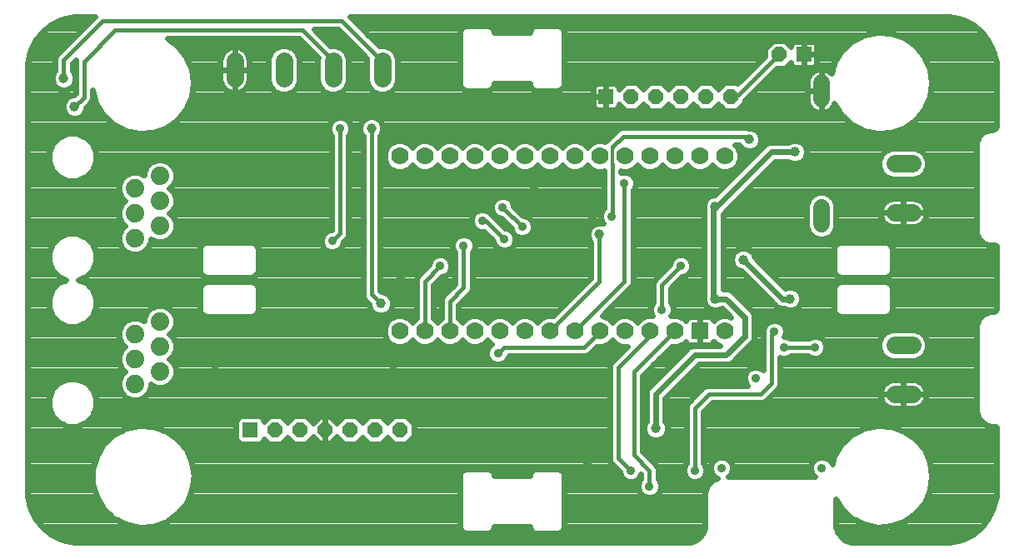
<source format=gbl>
G75*
%MOIN*%
%OFA0B0*%
%FSLAX25Y25*%
%IPPOS*%
%LPD*%
%AMOC8*
5,1,8,0,0,1.08239X$1,22.5*
%
%ADD10C,0.07050*%
%ADD11C,0.07400*%
%ADD12C,0.07000*%
%ADD13R,0.07000X0.07000*%
%ADD14R,0.06000X0.06000*%
%ADD15OC8,0.06000*%
%ADD16C,0.06600*%
%ADD17C,0.02400*%
%ADD18C,0.03962*%
%ADD19C,0.03569*%
%ADD20C,0.01600*%
%ADD21C,0.01200*%
D10*
X0098361Y0221924D02*
X0098361Y0228974D01*
X0118046Y0228974D02*
X0118046Y0221924D01*
X0137731Y0221924D02*
X0137731Y0228974D01*
X0157416Y0228974D02*
X0157416Y0221924D01*
X0362336Y0187969D02*
X0369386Y0187969D01*
X0369386Y0168283D02*
X0362336Y0168283D01*
X0362336Y0115331D02*
X0369386Y0115331D01*
X0369386Y0095646D02*
X0362336Y0095646D01*
D11*
X0068400Y0104780D03*
X0058400Y0109780D03*
X0068400Y0114780D03*
X0058400Y0119780D03*
X0068400Y0124780D03*
X0058400Y0099780D03*
X0058400Y0158047D03*
X0068400Y0163047D03*
X0058400Y0168047D03*
X0068400Y0173047D03*
X0058400Y0178047D03*
X0068400Y0183047D03*
D12*
X0164424Y0190921D03*
X0174424Y0190921D03*
X0184424Y0190921D03*
X0194424Y0190921D03*
X0204424Y0190921D03*
X0214424Y0190921D03*
X0224424Y0190921D03*
X0234424Y0190921D03*
X0244424Y0190921D03*
X0254424Y0190921D03*
X0264424Y0190921D03*
X0274424Y0190921D03*
X0284424Y0190921D03*
X0294424Y0190921D03*
X0294424Y0120921D03*
X0274424Y0120921D03*
X0264424Y0120921D03*
X0254424Y0120921D03*
X0244424Y0120921D03*
X0234424Y0120921D03*
X0224424Y0120921D03*
X0214424Y0120921D03*
X0204424Y0120921D03*
X0194424Y0120921D03*
X0184424Y0120921D03*
X0174424Y0120921D03*
X0164424Y0120921D03*
D13*
X0284424Y0120921D03*
D14*
X0246933Y0214740D03*
X0326017Y0231576D03*
X0104527Y0081364D03*
D15*
X0114527Y0081364D03*
X0124527Y0081364D03*
X0134527Y0081364D03*
X0144527Y0081364D03*
X0154527Y0081364D03*
X0164527Y0081364D03*
X0256933Y0214740D03*
X0266933Y0214740D03*
X0276933Y0214740D03*
X0286933Y0214740D03*
X0296933Y0214740D03*
X0316017Y0231576D03*
D16*
X0332995Y0220336D02*
X0332995Y0213736D01*
X0332995Y0170336D02*
X0332995Y0163736D01*
D17*
X0034026Y0036376D02*
X0029456Y0037419D01*
X0025232Y0039453D01*
X0021567Y0042376D01*
X0018644Y0046041D01*
X0016610Y0050264D01*
X0015567Y0054835D01*
X0015435Y0057179D01*
X0015435Y0225845D01*
X0015567Y0228189D01*
X0016610Y0232759D01*
X0018644Y0236983D01*
X0021567Y0240648D01*
X0025232Y0243571D01*
X0029456Y0245605D01*
X0034026Y0246648D01*
X0036370Y0246780D01*
X0042413Y0246780D01*
X0027053Y0231420D01*
X0026535Y0230170D01*
X0026535Y0225073D01*
X0026052Y0224589D01*
X0025354Y0222905D01*
X0025354Y0221083D01*
X0026052Y0219399D01*
X0027340Y0218110D01*
X0029024Y0217413D01*
X0030847Y0217413D01*
X0032530Y0218110D01*
X0033819Y0219399D01*
X0034517Y0221083D01*
X0034517Y0222905D01*
X0033819Y0224589D01*
X0033335Y0225073D01*
X0033335Y0228086D01*
X0034660Y0229411D01*
X0034660Y0215902D01*
X0034083Y0215325D01*
X0033399Y0215325D01*
X0031715Y0214628D01*
X0030427Y0213339D01*
X0029729Y0211655D01*
X0029729Y0209833D01*
X0030427Y0208149D01*
X0031715Y0206860D01*
X0033399Y0206163D01*
X0035222Y0206163D01*
X0036905Y0206860D01*
X0038194Y0208149D01*
X0038892Y0209833D01*
X0038892Y0210517D01*
X0039986Y0211612D01*
X0040943Y0212568D01*
X0041460Y0213818D01*
X0041460Y0217264D01*
X0042910Y0212090D01*
X0042910Y0212089D01*
X0045790Y0207354D01*
X0049840Y0203571D01*
X0054761Y0201022D01*
X0060187Y0199894D01*
X0060187Y0199894D01*
X0065716Y0200272D01*
X0065717Y0200272D01*
X0070939Y0202128D01*
X0075466Y0205324D01*
X0075466Y0205324D01*
X0075466Y0205324D01*
X0078964Y0209623D01*
X0078964Y0209623D01*
X0081172Y0214707D01*
X0081927Y0220197D01*
X0081172Y0225688D01*
X0078964Y0230771D01*
X0075466Y0235070D01*
X0071360Y0237969D01*
X0124152Y0237969D01*
X0131700Y0230421D01*
X0131606Y0230192D01*
X0131606Y0220705D01*
X0132538Y0218454D01*
X0134261Y0216731D01*
X0136512Y0215799D01*
X0138949Y0215799D01*
X0141200Y0216731D01*
X0142923Y0218454D01*
X0143856Y0220705D01*
X0143856Y0230192D01*
X0142923Y0232443D01*
X0141200Y0234166D01*
X0138949Y0235099D01*
X0136639Y0235099D01*
X0130019Y0241719D01*
X0139777Y0241719D01*
X0151295Y0230202D01*
X0151291Y0230192D01*
X0151291Y0220705D01*
X0152223Y0218454D01*
X0153946Y0216731D01*
X0156197Y0215799D01*
X0158634Y0215799D01*
X0160885Y0216731D01*
X0162608Y0218454D01*
X0163541Y0220705D01*
X0163541Y0230192D01*
X0162608Y0232443D01*
X0160885Y0234166D01*
X0158634Y0235099D01*
X0156197Y0235099D01*
X0156068Y0235045D01*
X0144333Y0246780D01*
X0381655Y0246780D01*
X0381656Y0246779D01*
X0382252Y0246780D01*
X0382253Y0246780D01*
X0384590Y0246650D01*
X0389147Y0245612D01*
X0393359Y0243587D01*
X0397015Y0240675D01*
X0399931Y0237022D01*
X0401961Y0232812D01*
X0403004Y0228256D01*
X0403136Y0225920D01*
X0403136Y0203195D01*
X0403099Y0202814D01*
X0402807Y0202111D01*
X0402269Y0201573D01*
X0401566Y0201282D01*
X0401185Y0201244D01*
X0399967Y0201244D01*
X0397716Y0200312D01*
X0397716Y0200312D01*
X0395993Y0198589D01*
X0395060Y0196337D01*
X0395060Y0160151D01*
X0395993Y0157900D01*
X0395993Y0157900D01*
X0397716Y0156177D01*
X0399967Y0155244D01*
X0402435Y0155244D01*
X0402582Y0155230D01*
X0402852Y0155118D01*
X0402852Y0155118D01*
X0403059Y0154911D01*
X0403171Y0154640D01*
X0403185Y0154494D01*
X0403185Y0130119D01*
X0403159Y0129851D01*
X0402954Y0129355D01*
X0402574Y0128976D01*
X0402079Y0128770D01*
X0401810Y0128744D01*
X0400468Y0128744D01*
X0397987Y0127716D01*
X0396088Y0125818D01*
X0396088Y0125818D01*
X0395060Y0123337D01*
X0395060Y0088652D01*
X0396183Y0085941D01*
X0398258Y0083867D01*
X0400968Y0082744D01*
X0402435Y0082744D01*
X0402582Y0082730D01*
X0402852Y0082618D01*
X0403059Y0082411D01*
X0403171Y0082140D01*
X0403185Y0081994D01*
X0403185Y0080746D01*
X0403137Y0057777D01*
X0403136Y0057772D01*
X0403136Y0057179D01*
X0403136Y0057175D01*
X0403007Y0054834D01*
X0401970Y0050268D01*
X0399943Y0046047D01*
X0397027Y0042384D01*
X0393369Y0039461D01*
X0389153Y0037425D01*
X0384589Y0036378D01*
X0382248Y0036244D01*
X0346195Y0036244D01*
X0345048Y0036334D01*
X0342865Y0037044D01*
X0341009Y0038392D01*
X0339660Y0040249D01*
X0338951Y0042431D01*
X0338861Y0043579D01*
X0338861Y0053722D01*
X0341141Y0049971D01*
X0341141Y0049971D01*
X0345192Y0046189D01*
X0345192Y0046189D01*
X0350113Y0043639D01*
X0355539Y0042511D01*
X0361068Y0042889D01*
X0366290Y0044745D01*
X0366290Y0044745D01*
X0370818Y0047941D01*
X0370818Y0047941D01*
X0370818Y0047941D01*
X0374316Y0052241D01*
X0376524Y0057324D01*
X0377278Y0062814D01*
X0376524Y0068305D01*
X0374316Y0073388D01*
X0374316Y0073388D01*
X0370818Y0077687D01*
X0366290Y0080883D01*
X0361068Y0082739D01*
X0355539Y0083118D01*
X0350113Y0081990D01*
X0350113Y0081990D01*
X0345192Y0079440D01*
X0345192Y0079440D01*
X0341141Y0075657D01*
X0338262Y0070922D01*
X0337372Y0067747D01*
X0337018Y0068602D01*
X0335785Y0069835D01*
X0334174Y0070502D01*
X0332429Y0070502D01*
X0330818Y0069835D01*
X0329585Y0068602D01*
X0328917Y0066990D01*
X0328917Y0065246D01*
X0329585Y0063635D01*
X0330597Y0062622D01*
X0295848Y0062622D01*
X0296861Y0063635D01*
X0297528Y0065246D01*
X0297528Y0066990D01*
X0296861Y0068602D01*
X0295628Y0069835D01*
X0294016Y0070502D01*
X0292272Y0070502D01*
X0290661Y0069835D01*
X0289427Y0068602D01*
X0288760Y0066990D01*
X0288760Y0065246D01*
X0289427Y0063635D01*
X0290661Y0062401D01*
X0291349Y0062116D01*
X0289661Y0061376D01*
X0289661Y0061376D01*
X0287569Y0059195D01*
X0286471Y0056380D01*
X0286502Y0054901D01*
X0286502Y0043579D01*
X0286412Y0042431D01*
X0285703Y0040249D01*
X0284354Y0038392D01*
X0282498Y0037044D01*
X0280315Y0036334D01*
X0279168Y0036244D01*
X0036370Y0036244D01*
X0034026Y0036376D01*
X0028164Y0038041D02*
X0283871Y0038041D01*
X0285765Y0040440D02*
X0228886Y0040440D01*
X0228899Y0040445D02*
X0229742Y0041289D01*
X0230199Y0042391D01*
X0230199Y0043585D01*
X0230199Y0063467D01*
X0229742Y0064569D01*
X0228899Y0065413D01*
X0227796Y0065870D01*
X0218728Y0065870D01*
X0217626Y0065413D01*
X0216782Y0064569D01*
X0216325Y0063467D01*
X0216325Y0063129D01*
X0202246Y0063129D01*
X0202246Y0063467D01*
X0201790Y0064569D01*
X0200946Y0065413D01*
X0199843Y0065870D01*
X0190776Y0065870D01*
X0189673Y0065413D01*
X0188829Y0064569D01*
X0188372Y0063467D01*
X0188372Y0042391D01*
X0188829Y0041289D01*
X0189673Y0040445D01*
X0190776Y0039988D01*
X0199843Y0039988D01*
X0200946Y0040445D01*
X0201790Y0041289D01*
X0202246Y0042391D01*
X0202246Y0042729D01*
X0216325Y0042729D01*
X0216325Y0042391D01*
X0216782Y0041289D01*
X0217626Y0040445D01*
X0218728Y0039988D01*
X0227796Y0039988D01*
X0228899Y0040445D01*
X0230199Y0042838D02*
X0286444Y0042838D01*
X0286502Y0045237D02*
X0230199Y0045237D01*
X0230199Y0047635D02*
X0286502Y0047635D01*
X0286502Y0050034D02*
X0230199Y0050034D01*
X0230199Y0052432D02*
X0286502Y0052432D01*
X0286502Y0054831D02*
X0266017Y0054831D01*
X0266794Y0055152D02*
X0268027Y0056386D01*
X0268695Y0057997D01*
X0268695Y0059741D01*
X0268027Y0061353D01*
X0267710Y0061669D01*
X0267710Y0065795D01*
X0267193Y0067045D01*
X0266236Y0068001D01*
X0261460Y0072777D01*
X0261460Y0103150D01*
X0273155Y0114844D01*
X0273210Y0114821D01*
X0275637Y0114821D01*
X0277879Y0115750D01*
X0278837Y0116708D01*
X0278874Y0116572D01*
X0279163Y0116070D01*
X0279573Y0115661D01*
X0280074Y0115371D01*
X0280634Y0115221D01*
X0284424Y0115221D01*
X0288213Y0115221D01*
X0288773Y0115371D01*
X0289274Y0115661D01*
X0289684Y0116070D01*
X0289974Y0116572D01*
X0290010Y0116708D01*
X0290968Y0115750D01*
X0292371Y0115169D01*
X0281680Y0115169D01*
X0280283Y0114591D01*
X0264658Y0098966D01*
X0263589Y0097897D01*
X0263010Y0096500D01*
X0263010Y0084673D01*
X0262927Y0084589D01*
X0262229Y0082905D01*
X0262229Y0081083D01*
X0262927Y0079399D01*
X0264215Y0078110D01*
X0265899Y0077413D01*
X0267722Y0077413D01*
X0269405Y0078110D01*
X0270694Y0079399D01*
X0271392Y0081083D01*
X0271392Y0082905D01*
X0270694Y0084589D01*
X0270610Y0084673D01*
X0270610Y0094170D01*
X0284009Y0107569D01*
X0295691Y0107569D01*
X0297088Y0108148D01*
X0298157Y0109217D01*
X0304588Y0115648D01*
X0305657Y0116717D01*
X0306235Y0118113D01*
X0306235Y0127125D01*
X0305657Y0128522D01*
X0298157Y0136022D01*
X0297088Y0137091D01*
X0295691Y0137669D01*
X0293735Y0137669D01*
X0293735Y0167440D01*
X0294444Y0168149D01*
X0294783Y0168968D01*
X0314634Y0188819D01*
X0319757Y0188819D01*
X0319840Y0188735D01*
X0321524Y0188038D01*
X0323347Y0188038D01*
X0325030Y0188735D01*
X0326319Y0190024D01*
X0327017Y0191708D01*
X0327017Y0193530D01*
X0326319Y0195214D01*
X0325030Y0196503D01*
X0323347Y0197200D01*
X0321524Y0197200D01*
X0319840Y0196503D01*
X0319757Y0196419D01*
X0312305Y0196419D01*
X0310908Y0195841D01*
X0290393Y0175325D01*
X0289649Y0175325D01*
X0287965Y0174628D01*
X0286677Y0173339D01*
X0285979Y0171655D01*
X0285979Y0169833D01*
X0286135Y0169456D01*
X0286135Y0135157D01*
X0285979Y0134780D01*
X0285979Y0132958D01*
X0286677Y0131274D01*
X0287965Y0129985D01*
X0289649Y0129288D01*
X0291472Y0129288D01*
X0293155Y0129985D01*
X0293239Y0130069D01*
X0293361Y0130069D01*
X0296955Y0126475D01*
X0295637Y0127021D01*
X0293210Y0127021D01*
X0290968Y0126093D01*
X0290010Y0125134D01*
X0289974Y0125270D01*
X0289684Y0125772D01*
X0289274Y0126182D01*
X0288773Y0126471D01*
X0288213Y0126621D01*
X0284424Y0126621D01*
X0284424Y0120921D01*
X0284424Y0115221D01*
X0284424Y0120921D01*
X0284424Y0120921D01*
X0284424Y0120921D01*
X0284424Y0126621D01*
X0280634Y0126621D01*
X0280074Y0126471D01*
X0279573Y0126182D01*
X0279163Y0125772D01*
X0278874Y0125270D01*
X0278837Y0125134D01*
X0277879Y0126093D01*
X0275637Y0127021D01*
X0273210Y0127021D01*
X0272916Y0126899D01*
X0273027Y0127011D01*
X0273695Y0128622D01*
X0273695Y0130366D01*
X0273027Y0131978D01*
X0272710Y0132294D01*
X0272710Y0138086D01*
X0277234Y0142610D01*
X0277683Y0142610D01*
X0279294Y0143277D01*
X0280527Y0144511D01*
X0281195Y0146122D01*
X0281195Y0147866D01*
X0280527Y0149478D01*
X0279294Y0150711D01*
X0277683Y0151378D01*
X0275938Y0151378D01*
X0274327Y0150711D01*
X0273094Y0149478D01*
X0272426Y0147866D01*
X0272426Y0147418D01*
X0266428Y0141420D01*
X0265910Y0140170D01*
X0265910Y0132294D01*
X0265594Y0131978D01*
X0264926Y0130366D01*
X0264926Y0128622D01*
X0265589Y0127021D01*
X0263210Y0127021D01*
X0260968Y0126093D01*
X0259424Y0124548D01*
X0257879Y0126093D01*
X0255637Y0127021D01*
X0253210Y0127021D01*
X0250968Y0126093D01*
X0249424Y0124548D01*
X0247879Y0126093D01*
X0245637Y0127021D01*
X0245332Y0127021D01*
X0256236Y0137926D01*
X0257193Y0138882D01*
X0257710Y0140132D01*
X0257710Y0177319D01*
X0258027Y0177636D01*
X0258695Y0179247D01*
X0258695Y0180991D01*
X0258027Y0182603D01*
X0256794Y0183836D01*
X0255183Y0184503D01*
X0253438Y0184503D01*
X0252789Y0184234D01*
X0252789Y0184996D01*
X0253210Y0184821D01*
X0255637Y0184821D01*
X0257879Y0185750D01*
X0259424Y0187295D01*
X0260968Y0185750D01*
X0263210Y0184821D01*
X0265637Y0184821D01*
X0267879Y0185750D01*
X0269424Y0187295D01*
X0270968Y0185750D01*
X0273210Y0184821D01*
X0275637Y0184821D01*
X0277879Y0185750D01*
X0279424Y0187295D01*
X0280968Y0185750D01*
X0283210Y0184821D01*
X0285637Y0184821D01*
X0287879Y0185750D01*
X0289424Y0187295D01*
X0290968Y0185750D01*
X0293210Y0184821D01*
X0295637Y0184821D01*
X0297879Y0185750D01*
X0299595Y0187466D01*
X0300524Y0189708D01*
X0300524Y0192135D01*
X0299595Y0194377D01*
X0298502Y0195469D01*
X0300242Y0195469D01*
X0300427Y0195024D01*
X0301715Y0193735D01*
X0303399Y0193038D01*
X0305222Y0193038D01*
X0306905Y0193735D01*
X0308194Y0195024D01*
X0308892Y0196708D01*
X0308892Y0198530D01*
X0308194Y0200214D01*
X0306905Y0201503D01*
X0305222Y0202200D01*
X0303903Y0202200D01*
X0303737Y0202269D01*
X0253009Y0202269D01*
X0251759Y0201751D01*
X0247463Y0197455D01*
X0246621Y0196613D01*
X0245637Y0197021D01*
X0243210Y0197021D01*
X0240968Y0196093D01*
X0239424Y0194548D01*
X0237879Y0196093D01*
X0235637Y0197021D01*
X0233210Y0197021D01*
X0230968Y0196093D01*
X0229424Y0194548D01*
X0227879Y0196093D01*
X0225637Y0197021D01*
X0223210Y0197021D01*
X0220968Y0196093D01*
X0219424Y0194548D01*
X0217879Y0196093D01*
X0215637Y0197021D01*
X0213210Y0197021D01*
X0210968Y0196093D01*
X0209424Y0194548D01*
X0207879Y0196093D01*
X0205637Y0197021D01*
X0203210Y0197021D01*
X0200968Y0196093D01*
X0199424Y0194548D01*
X0197879Y0196093D01*
X0195637Y0197021D01*
X0193210Y0197021D01*
X0190968Y0196093D01*
X0189424Y0194548D01*
X0187879Y0196093D01*
X0185637Y0197021D01*
X0183210Y0197021D01*
X0180968Y0196093D01*
X0179424Y0194548D01*
X0177879Y0196093D01*
X0175637Y0197021D01*
X0173210Y0197021D01*
X0170968Y0196093D01*
X0169424Y0194548D01*
X0167879Y0196093D01*
X0165637Y0197021D01*
X0163210Y0197021D01*
X0160968Y0196093D01*
X0159252Y0194377D01*
X0158324Y0192135D01*
X0158324Y0189708D01*
X0159252Y0187466D01*
X0160968Y0185750D01*
X0163210Y0184821D01*
X0165637Y0184821D01*
X0167879Y0185750D01*
X0169424Y0187295D01*
X0170968Y0185750D01*
X0173210Y0184821D01*
X0175637Y0184821D01*
X0177879Y0185750D01*
X0179424Y0187295D01*
X0180968Y0185750D01*
X0183210Y0184821D01*
X0185637Y0184821D01*
X0187879Y0185750D01*
X0189424Y0187295D01*
X0190968Y0185750D01*
X0193210Y0184821D01*
X0195637Y0184821D01*
X0197879Y0185750D01*
X0199424Y0187295D01*
X0200968Y0185750D01*
X0203210Y0184821D01*
X0205637Y0184821D01*
X0207879Y0185750D01*
X0209424Y0187295D01*
X0210968Y0185750D01*
X0213210Y0184821D01*
X0215637Y0184821D01*
X0217879Y0185750D01*
X0219424Y0187295D01*
X0220968Y0185750D01*
X0223210Y0184821D01*
X0225637Y0184821D01*
X0227879Y0185750D01*
X0229424Y0187295D01*
X0230968Y0185750D01*
X0233210Y0184821D01*
X0235637Y0184821D01*
X0237879Y0185750D01*
X0239424Y0187295D01*
X0240968Y0185750D01*
X0243210Y0184821D01*
X0245637Y0184821D01*
X0245989Y0184967D01*
X0245989Y0170029D01*
X0245320Y0169360D01*
X0244653Y0167749D01*
X0244653Y0166005D01*
X0245320Y0164393D01*
X0245756Y0163957D01*
X0245163Y0164203D01*
X0243340Y0164203D01*
X0241656Y0163506D01*
X0240368Y0162217D01*
X0239670Y0160533D01*
X0239670Y0158711D01*
X0240368Y0157027D01*
X0240851Y0156543D01*
X0240851Y0142157D01*
X0225692Y0126998D01*
X0225637Y0127021D01*
X0223210Y0127021D01*
X0220968Y0126093D01*
X0219424Y0124548D01*
X0217879Y0126093D01*
X0215637Y0127021D01*
X0213210Y0127021D01*
X0210968Y0126093D01*
X0209424Y0124548D01*
X0207879Y0126093D01*
X0205637Y0127021D01*
X0203210Y0127021D01*
X0200968Y0126093D01*
X0199424Y0124548D01*
X0197879Y0126093D01*
X0195637Y0127021D01*
X0193210Y0127021D01*
X0190968Y0126093D01*
X0189424Y0124548D01*
X0187879Y0126093D01*
X0187824Y0126116D01*
X0187824Y0131324D01*
X0192818Y0136318D01*
X0193335Y0137568D01*
X0193335Y0152319D01*
X0193652Y0152636D01*
X0194320Y0154247D01*
X0194320Y0155991D01*
X0193652Y0157603D01*
X0192419Y0158836D01*
X0190808Y0159503D01*
X0189063Y0159503D01*
X0187452Y0158836D01*
X0186219Y0157603D01*
X0185551Y0155991D01*
X0185551Y0154247D01*
X0186219Y0152636D01*
X0186535Y0152319D01*
X0186535Y0139652D01*
X0182498Y0135615D01*
X0181541Y0134658D01*
X0181024Y0133409D01*
X0181024Y0126116D01*
X0180968Y0126093D01*
X0179424Y0124548D01*
X0177879Y0126093D01*
X0177824Y0126116D01*
X0177824Y0139449D01*
X0180984Y0142610D01*
X0181433Y0142610D01*
X0183044Y0143277D01*
X0184277Y0144511D01*
X0184945Y0146122D01*
X0184945Y0147866D01*
X0184277Y0149478D01*
X0183044Y0150711D01*
X0181433Y0151378D01*
X0179688Y0151378D01*
X0178077Y0150711D01*
X0176844Y0149478D01*
X0176176Y0147866D01*
X0176176Y0147418D01*
X0172498Y0143740D01*
X0172498Y0143740D01*
X0171541Y0142783D01*
X0171024Y0141534D01*
X0171024Y0126116D01*
X0170968Y0126093D01*
X0169424Y0124548D01*
X0167879Y0126093D01*
X0165637Y0127021D01*
X0163210Y0127021D01*
X0160968Y0126093D01*
X0159252Y0124377D01*
X0158324Y0122135D01*
X0158324Y0119708D01*
X0159252Y0117466D01*
X0160968Y0115750D01*
X0163210Y0114821D01*
X0165637Y0114821D01*
X0167879Y0115750D01*
X0169424Y0117295D01*
X0170968Y0115750D01*
X0173210Y0114821D01*
X0175637Y0114821D01*
X0177879Y0115750D01*
X0179424Y0117295D01*
X0180968Y0115750D01*
X0183210Y0114821D01*
X0185637Y0114821D01*
X0187879Y0115750D01*
X0189424Y0117295D01*
X0190968Y0115750D01*
X0193210Y0114821D01*
X0195637Y0114821D01*
X0197879Y0115750D01*
X0199424Y0117295D01*
X0200968Y0115750D01*
X0201161Y0115670D01*
X0199969Y0114478D01*
X0199301Y0112866D01*
X0199301Y0111122D01*
X0199969Y0109511D01*
X0201202Y0108277D01*
X0202813Y0107610D01*
X0204558Y0107610D01*
X0206169Y0108277D01*
X0207402Y0109511D01*
X0208058Y0111094D01*
X0238737Y0111094D01*
X0239986Y0111612D01*
X0243200Y0114825D01*
X0243210Y0114821D01*
X0245637Y0114821D01*
X0247879Y0115750D01*
X0249424Y0117295D01*
X0250968Y0115750D01*
X0253210Y0114821D01*
X0255454Y0114821D01*
X0248928Y0108295D01*
X0248410Y0107045D01*
X0248410Y0069443D01*
X0248928Y0068193D01*
X0249884Y0067237D01*
X0252426Y0064695D01*
X0252426Y0064247D01*
X0253094Y0062636D01*
X0254327Y0061402D01*
X0255938Y0060735D01*
X0257683Y0060735D01*
X0259294Y0061402D01*
X0260527Y0062636D01*
X0260910Y0063561D01*
X0260910Y0061669D01*
X0260594Y0061353D01*
X0259926Y0059741D01*
X0259926Y0057997D01*
X0260594Y0056386D01*
X0261827Y0055152D01*
X0263438Y0054485D01*
X0265183Y0054485D01*
X0266794Y0055152D01*
X0268377Y0057229D02*
X0286803Y0057229D01*
X0286471Y0056380D02*
X0286471Y0056380D01*
X0287569Y0059195D02*
X0287569Y0059195D01*
X0287984Y0059628D02*
X0268695Y0059628D01*
X0267710Y0062026D02*
X0279328Y0062026D01*
X0278719Y0062636D02*
X0279952Y0061402D01*
X0281563Y0060735D01*
X0283308Y0060735D01*
X0284919Y0061402D01*
X0286152Y0062636D01*
X0286820Y0064247D01*
X0286820Y0065991D01*
X0286152Y0067603D01*
X0285835Y0067919D01*
X0285835Y0088711D01*
X0289469Y0092344D01*
X0309362Y0092344D01*
X0310611Y0092862D01*
X0311568Y0093818D01*
X0314986Y0097237D01*
X0315943Y0098193D01*
X0316460Y0099443D01*
X0316460Y0110411D01*
X0317188Y0110110D01*
X0318933Y0110110D01*
X0320544Y0110777D01*
X0320861Y0111094D01*
X0327760Y0111094D01*
X0328077Y0110777D01*
X0329688Y0110110D01*
X0331433Y0110110D01*
X0333044Y0110777D01*
X0334277Y0112011D01*
X0334945Y0113622D01*
X0334945Y0115366D01*
X0334277Y0116978D01*
X0333044Y0118211D01*
X0331433Y0118878D01*
X0329688Y0118878D01*
X0328077Y0118211D01*
X0327760Y0117894D01*
X0320861Y0117894D01*
X0320544Y0118211D01*
X0318933Y0118878D01*
X0318283Y0118878D01*
X0318695Y0119872D01*
X0318695Y0121616D01*
X0318027Y0123228D01*
X0316794Y0124461D01*
X0315183Y0125128D01*
X0313438Y0125128D01*
X0311827Y0124461D01*
X0310594Y0123228D01*
X0309926Y0121616D01*
X0309926Y0120812D01*
X0309660Y0120170D01*
X0309660Y0105408D01*
X0309210Y0105859D01*
X0307599Y0106526D01*
X0305855Y0106526D01*
X0304243Y0105859D01*
X0303010Y0104625D01*
X0302343Y0103014D01*
X0302343Y0101270D01*
X0303010Y0099658D01*
X0303524Y0099144D01*
X0287384Y0099144D01*
X0286134Y0098626D01*
X0285178Y0097670D01*
X0279553Y0092045D01*
X0279035Y0090795D01*
X0279035Y0067919D01*
X0278719Y0067603D01*
X0278051Y0065991D01*
X0278051Y0064247D01*
X0278719Y0062636D01*
X0278051Y0064425D02*
X0267710Y0064425D01*
X0267285Y0066823D02*
X0278396Y0066823D01*
X0279035Y0069222D02*
X0265016Y0069222D01*
X0262618Y0071620D02*
X0279035Y0071620D01*
X0279035Y0074019D02*
X0261460Y0074019D01*
X0261460Y0076417D02*
X0279035Y0076417D01*
X0279035Y0078816D02*
X0270111Y0078816D01*
X0271392Y0081214D02*
X0279035Y0081214D01*
X0279035Y0083613D02*
X0271098Y0083613D01*
X0270610Y0086011D02*
X0279035Y0086011D01*
X0279035Y0088410D02*
X0270610Y0088410D01*
X0270610Y0090808D02*
X0279041Y0090808D01*
X0280715Y0093207D02*
X0270610Y0093207D01*
X0272046Y0095605D02*
X0283113Y0095605D01*
X0285512Y0098004D02*
X0274444Y0098004D01*
X0276843Y0100402D02*
X0302702Y0100402D01*
X0302343Y0102801D02*
X0279241Y0102801D01*
X0281640Y0105199D02*
X0303584Y0105199D01*
X0309660Y0107598D02*
X0295761Y0107598D01*
X0298157Y0109217D02*
X0298157Y0109217D01*
X0298937Y0109996D02*
X0309660Y0109996D01*
X0309660Y0112395D02*
X0301335Y0112395D01*
X0303734Y0114793D02*
X0309660Y0114793D01*
X0309660Y0117192D02*
X0305854Y0117192D01*
X0304588Y0115648D02*
X0304588Y0115648D01*
X0302435Y0118869D02*
X0294935Y0111369D01*
X0282435Y0111369D01*
X0266810Y0095744D01*
X0266810Y0081994D01*
X0263510Y0078816D02*
X0261460Y0078816D01*
X0261460Y0081214D02*
X0262229Y0081214D01*
X0262522Y0083613D02*
X0261460Y0083613D01*
X0261460Y0086011D02*
X0263010Y0086011D01*
X0263010Y0088410D02*
X0261460Y0088410D01*
X0261460Y0090808D02*
X0263010Y0090808D01*
X0263010Y0093207D02*
X0261460Y0093207D01*
X0261460Y0095605D02*
X0263010Y0095605D01*
X0263696Y0098004D02*
X0261460Y0098004D01*
X0261460Y0100402D02*
X0266095Y0100402D01*
X0264658Y0098966D02*
X0264658Y0098966D01*
X0261460Y0102801D02*
X0268493Y0102801D01*
X0270892Y0105199D02*
X0263510Y0105199D01*
X0265909Y0107598D02*
X0273290Y0107598D01*
X0275689Y0109996D02*
X0268307Y0109996D01*
X0270706Y0112395D02*
X0278087Y0112395D01*
X0280773Y0114793D02*
X0273104Y0114793D01*
X0284424Y0117192D02*
X0284424Y0117192D01*
X0284424Y0119591D02*
X0284424Y0119591D01*
X0284424Y0121989D02*
X0284424Y0121989D01*
X0284424Y0124388D02*
X0284424Y0124388D01*
X0292642Y0126786D02*
X0276205Y0126786D01*
X0273695Y0129185D02*
X0294246Y0129185D01*
X0296205Y0126786D02*
X0296644Y0126786D01*
X0302435Y0126369D02*
X0294935Y0133869D01*
X0290560Y0133869D01*
X0289935Y0134494D01*
X0289935Y0170119D01*
X0290560Y0170744D01*
X0291185Y0170744D01*
X0313060Y0192619D01*
X0322435Y0192619D01*
X0325442Y0189147D02*
X0356211Y0189147D01*
X0356211Y0189187D02*
X0356211Y0186750D01*
X0357143Y0184499D01*
X0358866Y0182776D01*
X0361117Y0181844D01*
X0370604Y0181844D01*
X0372855Y0182776D01*
X0374578Y0184499D01*
X0375511Y0186750D01*
X0375511Y0189187D01*
X0374578Y0191438D01*
X0372855Y0193161D01*
X0370604Y0194093D01*
X0361117Y0194093D01*
X0358866Y0193161D01*
X0357143Y0191438D01*
X0356211Y0189187D01*
X0356211Y0186749D02*
X0312564Y0186749D01*
X0310166Y0184350D02*
X0357292Y0184350D01*
X0360856Y0181952D02*
X0307767Y0181952D01*
X0305369Y0179553D02*
X0395060Y0179553D01*
X0395060Y0177155D02*
X0302970Y0177155D01*
X0300572Y0174756D02*
X0329072Y0174756D01*
X0329653Y0175338D02*
X0327993Y0173678D01*
X0327095Y0171510D01*
X0327095Y0162562D01*
X0327993Y0160394D01*
X0329653Y0158734D01*
X0331822Y0157836D01*
X0334169Y0157836D01*
X0336337Y0158734D01*
X0337997Y0160394D01*
X0338895Y0162562D01*
X0338895Y0171510D01*
X0337997Y0173678D01*
X0336337Y0175338D01*
X0334169Y0176236D01*
X0331822Y0176236D01*
X0329653Y0175338D01*
X0327447Y0172358D02*
X0298173Y0172358D01*
X0295775Y0169959D02*
X0327095Y0169959D01*
X0327095Y0167561D02*
X0293856Y0167561D01*
X0293735Y0165162D02*
X0327095Y0165162D01*
X0327095Y0162764D02*
X0293735Y0162764D01*
X0293735Y0160365D02*
X0328022Y0160365D01*
X0331506Y0157967D02*
X0293735Y0157967D01*
X0293735Y0155568D02*
X0339080Y0155568D01*
X0339476Y0155965D02*
X0338632Y0155121D01*
X0338176Y0154018D01*
X0338176Y0144950D01*
X0338632Y0143848D01*
X0339476Y0143004D01*
X0340579Y0142547D01*
X0341772Y0142547D01*
X0358997Y0142547D01*
X0360099Y0143004D01*
X0360943Y0143848D01*
X0361400Y0144950D01*
X0361400Y0154018D01*
X0360943Y0155121D01*
X0360099Y0155965D01*
X0358997Y0156421D01*
X0340579Y0156421D01*
X0339476Y0155965D01*
X0338176Y0153170D02*
X0304614Y0153170D01*
X0304405Y0153378D02*
X0302722Y0154075D01*
X0300899Y0154075D01*
X0299215Y0153378D01*
X0297927Y0152089D01*
X0297229Y0150405D01*
X0297229Y0148583D01*
X0297927Y0146899D01*
X0299215Y0145610D01*
X0300899Y0144913D01*
X0301018Y0144913D01*
X0314214Y0131717D01*
X0315283Y0130648D01*
X0316680Y0130069D01*
X0317882Y0130069D01*
X0317965Y0129985D01*
X0319649Y0129288D01*
X0321472Y0129288D01*
X0323155Y0129985D01*
X0324444Y0131274D01*
X0325142Y0132958D01*
X0325142Y0134780D01*
X0324444Y0136464D01*
X0323155Y0137753D01*
X0321472Y0138450D01*
X0319649Y0138450D01*
X0318644Y0138034D01*
X0306392Y0150287D01*
X0306392Y0150405D01*
X0305694Y0152089D01*
X0304405Y0153378D01*
X0306240Y0150771D02*
X0338176Y0150771D01*
X0338176Y0148373D02*
X0308306Y0148373D01*
X0310704Y0145974D02*
X0338176Y0145974D01*
X0338905Y0143576D02*
X0313103Y0143576D01*
X0315501Y0141177D02*
X0403185Y0141177D01*
X0403185Y0138779D02*
X0361189Y0138779D01*
X0361400Y0138270D02*
X0360943Y0139373D01*
X0360099Y0140216D01*
X0358997Y0140673D01*
X0340579Y0140673D01*
X0339476Y0140216D01*
X0338632Y0139373D01*
X0338176Y0138270D01*
X0338176Y0129202D01*
X0338632Y0128100D01*
X0339476Y0127256D01*
X0340579Y0126799D01*
X0358997Y0126799D01*
X0360099Y0127256D01*
X0360943Y0128100D01*
X0361400Y0129202D01*
X0361400Y0138270D01*
X0361400Y0136380D02*
X0403185Y0136380D01*
X0403185Y0133982D02*
X0361400Y0133982D01*
X0361400Y0131583D02*
X0403185Y0131583D01*
X0402783Y0129185D02*
X0361393Y0129185D01*
X0361117Y0121456D02*
X0358866Y0120523D01*
X0357143Y0118800D01*
X0356211Y0116549D01*
X0356211Y0114112D01*
X0357143Y0111861D01*
X0358866Y0110138D01*
X0361117Y0109206D01*
X0370604Y0109206D01*
X0372855Y0110138D01*
X0374578Y0111861D01*
X0375511Y0114112D01*
X0375511Y0116549D01*
X0374578Y0118800D01*
X0372855Y0120523D01*
X0370604Y0121456D01*
X0361117Y0121456D01*
X0357933Y0119591D02*
X0318578Y0119591D01*
X0318540Y0121989D02*
X0395060Y0121989D01*
X0395060Y0119591D02*
X0373788Y0119591D01*
X0375244Y0117192D02*
X0395060Y0117192D01*
X0395060Y0114793D02*
X0375511Y0114793D01*
X0374799Y0112395D02*
X0395060Y0112395D01*
X0395060Y0109996D02*
X0372513Y0109996D01*
X0370726Y0101230D02*
X0369836Y0101371D01*
X0365861Y0101371D01*
X0365861Y0095646D01*
X0375111Y0095646D01*
X0375111Y0096096D01*
X0374970Y0096986D01*
X0374691Y0097843D01*
X0374282Y0098646D01*
X0373752Y0099375D01*
X0373115Y0100012D01*
X0372386Y0100542D01*
X0371583Y0100951D01*
X0370726Y0101230D01*
X0372578Y0100402D02*
X0395060Y0100402D01*
X0395060Y0098004D02*
X0374609Y0098004D01*
X0375111Y0095646D02*
X0365861Y0095646D01*
X0365861Y0095646D01*
X0365861Y0095646D01*
X0365861Y0101371D01*
X0361885Y0101371D01*
X0360995Y0101230D01*
X0360138Y0100951D01*
X0359335Y0100542D01*
X0358606Y0100012D01*
X0357969Y0099375D01*
X0357439Y0098646D01*
X0357030Y0097843D01*
X0356752Y0096986D01*
X0356611Y0096096D01*
X0356611Y0095646D01*
X0365860Y0095646D01*
X0365860Y0095646D01*
X0356611Y0095646D01*
X0356611Y0095195D01*
X0356752Y0094305D01*
X0357030Y0093448D01*
X0357439Y0092645D01*
X0357969Y0091916D01*
X0358606Y0091279D01*
X0359335Y0090749D01*
X0360138Y0090340D01*
X0360995Y0090062D01*
X0361885Y0089921D01*
X0365861Y0089921D01*
X0369836Y0089921D01*
X0370726Y0090062D01*
X0371583Y0090340D01*
X0372386Y0090749D01*
X0373115Y0091279D01*
X0373752Y0091916D01*
X0374282Y0092645D01*
X0374691Y0093448D01*
X0374970Y0094305D01*
X0375111Y0095195D01*
X0375111Y0095646D01*
X0375111Y0095605D02*
X0395060Y0095605D01*
X0395060Y0093207D02*
X0374568Y0093207D01*
X0372468Y0090808D02*
X0395060Y0090808D01*
X0395161Y0088410D02*
X0285835Y0088410D01*
X0285835Y0086011D02*
X0396154Y0086011D01*
X0396183Y0085941D02*
X0396183Y0085941D01*
X0398258Y0083867D02*
X0398258Y0083867D01*
X0398871Y0083613D02*
X0285835Y0083613D01*
X0285835Y0081214D02*
X0348616Y0081214D01*
X0344523Y0078816D02*
X0285835Y0078816D01*
X0285835Y0076417D02*
X0341955Y0076417D01*
X0341141Y0075657D02*
X0341141Y0075657D01*
X0340145Y0074019D02*
X0285835Y0074019D01*
X0285835Y0071620D02*
X0338686Y0071620D01*
X0338262Y0070922D02*
X0338262Y0070922D01*
X0337785Y0069222D02*
X0336398Y0069222D01*
X0330205Y0069222D02*
X0296241Y0069222D01*
X0297528Y0066823D02*
X0328917Y0066823D01*
X0329257Y0064425D02*
X0297188Y0064425D01*
X0291143Y0062026D02*
X0285543Y0062026D01*
X0286820Y0064425D02*
X0289100Y0064425D01*
X0288760Y0066823D02*
X0286475Y0066823D01*
X0285835Y0069222D02*
X0290047Y0069222D01*
X0260910Y0062026D02*
X0259918Y0062026D01*
X0259926Y0059628D02*
X0230199Y0059628D01*
X0230199Y0062026D02*
X0253703Y0062026D01*
X0252426Y0064425D02*
X0229802Y0064425D01*
X0230199Y0057229D02*
X0260244Y0057229D01*
X0262603Y0054831D02*
X0230199Y0054831D01*
X0216722Y0064425D02*
X0201850Y0064425D01*
X0188769Y0064425D02*
X0081778Y0064425D01*
X0082005Y0062775D02*
X0081250Y0068266D01*
X0079042Y0073349D01*
X0079042Y0073349D01*
X0075545Y0077648D01*
X0075545Y0077648D01*
X0071017Y0080844D01*
X0065795Y0082700D01*
X0065795Y0082700D01*
X0060265Y0083079D01*
X0054839Y0081951D01*
X0049918Y0079401D01*
X0045868Y0075618D01*
X0042988Y0070883D01*
X0041493Y0065546D01*
X0041493Y0060004D01*
X0042988Y0054668D01*
X0045868Y0049932D01*
X0049918Y0046149D01*
X0054839Y0043600D01*
X0060265Y0042472D01*
X0065795Y0042850D01*
X0071017Y0044706D01*
X0075545Y0047902D01*
X0079042Y0052201D01*
X0079042Y0052201D01*
X0081250Y0057285D01*
X0082005Y0062775D01*
X0081902Y0062026D02*
X0188372Y0062026D01*
X0188372Y0059628D02*
X0081572Y0059628D01*
X0081250Y0057285D02*
X0081250Y0057285D01*
X0081226Y0057229D02*
X0188372Y0057229D01*
X0188372Y0054831D02*
X0080184Y0054831D01*
X0079142Y0052432D02*
X0188372Y0052432D01*
X0188372Y0050034D02*
X0077279Y0050034D01*
X0075545Y0047902D02*
X0075545Y0047902D01*
X0075545Y0047902D01*
X0075166Y0047635D02*
X0188372Y0047635D01*
X0188372Y0045237D02*
X0071768Y0045237D01*
X0071017Y0044706D02*
X0071017Y0044706D01*
X0065616Y0042838D02*
X0188372Y0042838D01*
X0189686Y0040440D02*
X0023995Y0040440D01*
X0021198Y0042838D02*
X0058504Y0042838D01*
X0051680Y0045237D02*
X0019285Y0045237D01*
X0017876Y0047635D02*
X0048328Y0047635D01*
X0045868Y0049932D02*
X0045868Y0049932D01*
X0045868Y0049932D01*
X0045806Y0050034D02*
X0016721Y0050034D01*
X0016115Y0052432D02*
X0044348Y0052432D01*
X0042988Y0054668D02*
X0042988Y0054668D01*
X0042943Y0054831D02*
X0015568Y0054831D01*
X0015435Y0057229D02*
X0042271Y0057229D01*
X0041599Y0059628D02*
X0015435Y0059628D01*
X0015435Y0062026D02*
X0041493Y0062026D01*
X0041493Y0064425D02*
X0015435Y0064425D01*
X0015435Y0066823D02*
X0041851Y0066823D01*
X0042523Y0069222D02*
X0015435Y0069222D01*
X0015435Y0071620D02*
X0043437Y0071620D01*
X0042988Y0070883D02*
X0042988Y0070883D01*
X0044895Y0074019D02*
X0015435Y0074019D01*
X0015435Y0076417D02*
X0046723Y0076417D01*
X0045868Y0075618D02*
X0045868Y0075618D01*
X0049292Y0078816D02*
X0015435Y0078816D01*
X0015435Y0081214D02*
X0053418Y0081214D01*
X0054839Y0081951D02*
X0054839Y0081951D01*
X0049918Y0079401D02*
X0049918Y0079401D01*
X0060265Y0083079D02*
X0060265Y0083079D01*
X0069976Y0081214D02*
X0098927Y0081214D01*
X0098927Y0078816D02*
X0073891Y0078816D01*
X0071017Y0080844D02*
X0071017Y0080844D01*
X0076546Y0076417D02*
X0099797Y0076417D01*
X0100054Y0076160D02*
X0101010Y0075764D01*
X0108044Y0075764D01*
X0109000Y0076160D01*
X0109731Y0076891D01*
X0110126Y0077845D01*
X0112207Y0075764D01*
X0116847Y0075764D01*
X0119527Y0078445D01*
X0122207Y0075764D01*
X0126847Y0075764D01*
X0129810Y0078727D01*
X0132373Y0076164D01*
X0134527Y0076164D01*
X0136681Y0076164D01*
X0139244Y0078727D01*
X0142207Y0075764D01*
X0146847Y0075764D01*
X0149527Y0078445D01*
X0152207Y0075764D01*
X0156847Y0075764D01*
X0159527Y0078445D01*
X0162207Y0075764D01*
X0166847Y0075764D01*
X0170127Y0079045D01*
X0170127Y0083684D01*
X0166847Y0086964D01*
X0162207Y0086964D01*
X0159527Y0084284D01*
X0156847Y0086964D01*
X0152207Y0086964D01*
X0149527Y0084284D01*
X0146847Y0086964D01*
X0142207Y0086964D01*
X0139244Y0084001D01*
X0136681Y0086564D01*
X0134527Y0086564D01*
X0134527Y0081364D01*
X0134527Y0076164D01*
X0134527Y0081364D01*
X0134527Y0081364D01*
X0134527Y0081364D01*
X0134527Y0086564D01*
X0132373Y0086564D01*
X0129810Y0084001D01*
X0126847Y0086964D01*
X0122207Y0086964D01*
X0119527Y0084284D01*
X0116847Y0086964D01*
X0112207Y0086964D01*
X0110126Y0084883D01*
X0109731Y0085837D01*
X0109000Y0086568D01*
X0108044Y0086964D01*
X0101010Y0086964D01*
X0100054Y0086568D01*
X0099323Y0085837D01*
X0098927Y0084881D01*
X0098927Y0077847D01*
X0099323Y0076891D01*
X0100054Y0076160D01*
X0109257Y0076417D02*
X0111554Y0076417D01*
X0117500Y0076417D02*
X0121554Y0076417D01*
X0127500Y0076417D02*
X0132120Y0076417D01*
X0134527Y0076417D02*
X0134527Y0076417D01*
X0134527Y0078816D02*
X0134527Y0078816D01*
X0134527Y0081214D02*
X0134527Y0081214D01*
X0134527Y0083613D02*
X0134527Y0083613D01*
X0134527Y0086011D02*
X0134527Y0086011D01*
X0137234Y0086011D02*
X0141255Y0086011D01*
X0147799Y0086011D02*
X0151255Y0086011D01*
X0157799Y0086011D02*
X0161255Y0086011D01*
X0167799Y0086011D02*
X0248410Y0086011D01*
X0248410Y0083613D02*
X0170127Y0083613D01*
X0170127Y0081214D02*
X0248410Y0081214D01*
X0248410Y0078816D02*
X0169898Y0078816D01*
X0167500Y0076417D02*
X0248410Y0076417D01*
X0248410Y0074019D02*
X0078497Y0074019D01*
X0079793Y0071620D02*
X0248410Y0071620D01*
X0248502Y0069222D02*
X0080835Y0069222D01*
X0081250Y0068266D02*
X0081250Y0068266D01*
X0081448Y0066823D02*
X0250298Y0066823D01*
X0248410Y0088410D02*
X0041972Y0088410D01*
X0041369Y0086955D02*
X0042800Y0090410D01*
X0042800Y0094149D01*
X0041369Y0097604D01*
X0038725Y0100248D01*
X0035270Y0101680D01*
X0031530Y0101680D01*
X0028075Y0100248D01*
X0025431Y0097604D01*
X0024000Y0094149D01*
X0024000Y0090410D01*
X0025431Y0086955D01*
X0028075Y0084311D01*
X0031530Y0082880D01*
X0035270Y0082880D01*
X0038725Y0084311D01*
X0041369Y0086955D01*
X0040425Y0086011D02*
X0099497Y0086011D01*
X0098927Y0083613D02*
X0037040Y0083613D01*
X0029760Y0083613D02*
X0015435Y0083613D01*
X0015435Y0086011D02*
X0026375Y0086011D01*
X0024828Y0088410D02*
X0015435Y0088410D01*
X0015435Y0090808D02*
X0024000Y0090808D01*
X0024000Y0093207D02*
X0015435Y0093207D01*
X0015435Y0095605D02*
X0024603Y0095605D01*
X0025831Y0098004D02*
X0015435Y0098004D01*
X0015435Y0100402D02*
X0028447Y0100402D01*
X0038353Y0100402D02*
X0052100Y0100402D01*
X0052100Y0101033D02*
X0052100Y0098526D01*
X0053059Y0096211D01*
X0054831Y0094439D01*
X0057147Y0093480D01*
X0059653Y0093480D01*
X0061969Y0094439D01*
X0063741Y0096211D01*
X0064700Y0098526D01*
X0064700Y0099570D01*
X0064831Y0099439D01*
X0067147Y0098480D01*
X0069653Y0098480D01*
X0071969Y0099439D01*
X0073741Y0101211D01*
X0074700Y0103526D01*
X0074700Y0106033D01*
X0073741Y0108348D01*
X0072310Y0109780D01*
X0073741Y0111211D01*
X0074700Y0113526D01*
X0074700Y0116033D01*
X0073741Y0118348D01*
X0072310Y0119780D01*
X0073741Y0121211D01*
X0074700Y0123526D01*
X0074700Y0126033D01*
X0073741Y0128348D01*
X0071969Y0130120D01*
X0069653Y0131080D01*
X0067147Y0131080D01*
X0064831Y0130120D01*
X0063059Y0128348D01*
X0062100Y0126033D01*
X0062100Y0124989D01*
X0061969Y0125120D01*
X0059653Y0126080D01*
X0057147Y0126080D01*
X0054831Y0125120D01*
X0053059Y0123348D01*
X0052100Y0121033D01*
X0052100Y0118526D01*
X0053059Y0116211D01*
X0054490Y0114780D01*
X0053059Y0113348D01*
X0052100Y0111033D01*
X0052100Y0108526D01*
X0053059Y0106211D01*
X0054490Y0104780D01*
X0053059Y0103348D01*
X0052100Y0101033D01*
X0052832Y0102801D02*
X0015435Y0102801D01*
X0015435Y0105199D02*
X0054071Y0105199D01*
X0052485Y0107598D02*
X0015435Y0107598D01*
X0015435Y0109996D02*
X0052100Y0109996D01*
X0052664Y0112395D02*
X0015435Y0112395D01*
X0015435Y0114793D02*
X0054477Y0114793D01*
X0052653Y0117192D02*
X0015435Y0117192D01*
X0015435Y0119591D02*
X0052100Y0119591D01*
X0052496Y0121989D02*
X0015435Y0121989D01*
X0015435Y0124388D02*
X0027998Y0124388D01*
X0028075Y0124311D02*
X0031530Y0122880D01*
X0035270Y0122880D01*
X0038725Y0124311D01*
X0041369Y0126955D01*
X0042800Y0130410D01*
X0042800Y0134149D01*
X0041369Y0137604D01*
X0038725Y0140248D01*
X0035912Y0141413D01*
X0038725Y0142578D01*
X0041369Y0145223D01*
X0042800Y0148677D01*
X0042800Y0152417D01*
X0041369Y0155872D01*
X0038725Y0158516D01*
X0035270Y0159947D01*
X0031530Y0159947D01*
X0028075Y0158516D01*
X0025431Y0155872D01*
X0024000Y0152417D01*
X0024000Y0148677D01*
X0025431Y0145223D01*
X0028075Y0142578D01*
X0030888Y0141413D01*
X0028075Y0140248D01*
X0025431Y0137604D01*
X0024000Y0134149D01*
X0024000Y0130410D01*
X0025431Y0126955D01*
X0028075Y0124311D01*
X0025600Y0126786D02*
X0015435Y0126786D01*
X0015435Y0129185D02*
X0024507Y0129185D01*
X0024000Y0131583D02*
X0015435Y0131583D01*
X0015435Y0133982D02*
X0024000Y0133982D01*
X0024924Y0136380D02*
X0015435Y0136380D01*
X0015435Y0138779D02*
X0026605Y0138779D01*
X0030317Y0141177D02*
X0015435Y0141177D01*
X0015435Y0143576D02*
X0027078Y0143576D01*
X0025120Y0145974D02*
X0015435Y0145974D01*
X0015435Y0148373D02*
X0024126Y0148373D01*
X0024000Y0150771D02*
X0015435Y0150771D01*
X0015435Y0153170D02*
X0024312Y0153170D01*
X0025305Y0155568D02*
X0015435Y0155568D01*
X0015435Y0157967D02*
X0027526Y0157967D01*
X0015435Y0160365D02*
X0052541Y0160365D01*
X0052100Y0159300D02*
X0053059Y0161616D01*
X0054490Y0163047D01*
X0053059Y0164479D01*
X0052100Y0166794D01*
X0052100Y0169300D01*
X0053059Y0171616D01*
X0054490Y0173047D01*
X0053059Y0174479D01*
X0052100Y0176794D01*
X0052100Y0179300D01*
X0053059Y0181616D01*
X0054831Y0183388D01*
X0057147Y0184347D01*
X0059653Y0184347D01*
X0061969Y0183388D01*
X0062100Y0183257D01*
X0062100Y0184300D01*
X0063059Y0186616D01*
X0064831Y0188388D01*
X0067147Y0189347D01*
X0069653Y0189347D01*
X0071969Y0188388D01*
X0073741Y0186616D01*
X0074700Y0184300D01*
X0074700Y0181794D01*
X0073741Y0179479D01*
X0072310Y0178047D01*
X0073741Y0176616D01*
X0074700Y0174300D01*
X0074700Y0171794D01*
X0073741Y0169479D01*
X0072310Y0168047D01*
X0073741Y0166616D01*
X0074700Y0164300D01*
X0074700Y0161794D01*
X0073741Y0159479D01*
X0071969Y0157706D01*
X0069653Y0156747D01*
X0067147Y0156747D01*
X0064831Y0157706D01*
X0064700Y0157838D01*
X0064700Y0156794D01*
X0063741Y0154479D01*
X0061969Y0152706D01*
X0059653Y0151747D01*
X0057147Y0151747D01*
X0054831Y0152706D01*
X0053059Y0154479D01*
X0052100Y0156794D01*
X0052100Y0159300D01*
X0052100Y0157967D02*
X0039274Y0157967D01*
X0041495Y0155568D02*
X0052608Y0155568D01*
X0054368Y0153170D02*
X0042488Y0153170D01*
X0042800Y0150771D02*
X0084435Y0150771D01*
X0084435Y0148373D02*
X0042674Y0148373D01*
X0041680Y0145974D02*
X0084435Y0145974D01*
X0084435Y0144950D02*
X0084892Y0143848D01*
X0085736Y0143004D01*
X0086839Y0142547D01*
X0088032Y0142547D01*
X0105257Y0142547D01*
X0106359Y0143004D01*
X0107203Y0143848D01*
X0107660Y0144950D01*
X0107660Y0154018D01*
X0107203Y0155121D01*
X0106359Y0155965D01*
X0105257Y0156421D01*
X0086839Y0156421D01*
X0085736Y0155965D01*
X0084892Y0155121D01*
X0084435Y0154018D01*
X0084435Y0144950D01*
X0085164Y0143576D02*
X0039722Y0143576D01*
X0036483Y0141177D02*
X0149660Y0141177D01*
X0149660Y0138779D02*
X0107449Y0138779D01*
X0107660Y0138270D02*
X0107203Y0139373D01*
X0106359Y0140216D01*
X0105257Y0140673D01*
X0086839Y0140673D01*
X0085736Y0140216D01*
X0084892Y0139373D01*
X0084435Y0138270D01*
X0084435Y0129202D01*
X0084892Y0128100D01*
X0085736Y0127256D01*
X0086839Y0126799D01*
X0088032Y0126799D01*
X0105257Y0126799D01*
X0106359Y0127256D01*
X0107203Y0128100D01*
X0107660Y0129202D01*
X0107660Y0138270D01*
X0107660Y0136380D02*
X0149660Y0136380D01*
X0149660Y0135068D02*
X0150178Y0133818D01*
X0151134Y0132862D01*
X0152229Y0131767D01*
X0152229Y0131083D01*
X0152927Y0129399D01*
X0154215Y0128110D01*
X0155899Y0127413D01*
X0157722Y0127413D01*
X0159405Y0128110D01*
X0160694Y0129399D01*
X0161392Y0131083D01*
X0161392Y0132905D01*
X0160694Y0134589D01*
X0159405Y0135878D01*
X0157722Y0136575D01*
X0157038Y0136575D01*
X0156460Y0137152D01*
X0156460Y0198915D01*
X0156944Y0199399D01*
X0157642Y0201083D01*
X0157642Y0202905D01*
X0156944Y0204589D01*
X0155655Y0205878D01*
X0153972Y0206575D01*
X0152149Y0206575D01*
X0150465Y0205878D01*
X0149177Y0204589D01*
X0148479Y0202905D01*
X0148479Y0201083D01*
X0149177Y0199399D01*
X0149660Y0198915D01*
X0149660Y0135068D01*
X0150110Y0133982D02*
X0107660Y0133982D01*
X0107660Y0131583D02*
X0152229Y0131583D01*
X0153141Y0129185D02*
X0107652Y0129185D01*
X0084646Y0138779D02*
X0040195Y0138779D01*
X0041876Y0136380D02*
X0084435Y0136380D01*
X0084435Y0133982D02*
X0042800Y0133982D01*
X0042800Y0131583D02*
X0084435Y0131583D01*
X0084443Y0129185D02*
X0072905Y0129185D01*
X0074388Y0126786D02*
X0162642Y0126786D01*
X0160480Y0129185D02*
X0171024Y0129185D01*
X0171024Y0131583D02*
X0161392Y0131583D01*
X0160946Y0133982D02*
X0171024Y0133982D01*
X0171024Y0136380D02*
X0158193Y0136380D01*
X0156460Y0138779D02*
X0171024Y0138779D01*
X0171024Y0141177D02*
X0156460Y0141177D01*
X0156460Y0143576D02*
X0172334Y0143576D01*
X0174732Y0145974D02*
X0156460Y0145974D01*
X0156460Y0148373D02*
X0176386Y0148373D01*
X0178222Y0150771D02*
X0156460Y0150771D01*
X0156460Y0153170D02*
X0185997Y0153170D01*
X0185551Y0155568D02*
X0156460Y0155568D01*
X0156460Y0157967D02*
X0186583Y0157967D01*
X0193288Y0157967D02*
X0201030Y0157967D01*
X0201801Y0157195D02*
X0198261Y0160735D01*
X0196563Y0160735D01*
X0194952Y0161402D01*
X0193719Y0162636D01*
X0193051Y0164247D01*
X0193051Y0165991D01*
X0193719Y0167603D01*
X0194952Y0168836D01*
X0196563Y0169503D01*
X0198308Y0169503D01*
X0199919Y0168836D01*
X0201152Y0167603D01*
X0201253Y0167360D01*
X0201568Y0167045D01*
X0206609Y0162003D01*
X0207058Y0162003D01*
X0208669Y0161336D01*
X0209506Y0160499D01*
X0208989Y0161747D01*
X0208989Y0162195D01*
X0205136Y0166047D01*
X0204688Y0166047D01*
X0203077Y0166715D01*
X0201844Y0167948D01*
X0201176Y0169559D01*
X0201176Y0171304D01*
X0201844Y0172915D01*
X0203077Y0174148D01*
X0204688Y0174816D01*
X0206433Y0174816D01*
X0208044Y0174148D01*
X0209277Y0172915D01*
X0209945Y0171304D01*
X0209945Y0170856D01*
X0213797Y0167003D01*
X0214245Y0167003D01*
X0215856Y0166336D01*
X0217090Y0165103D01*
X0217757Y0163491D01*
X0217757Y0161747D01*
X0217090Y0160136D01*
X0215856Y0158902D01*
X0214245Y0158235D01*
X0212501Y0158235D01*
X0210889Y0158902D01*
X0210053Y0159739D01*
X0210570Y0158491D01*
X0210570Y0156747D01*
X0209902Y0155136D01*
X0208669Y0153902D01*
X0207058Y0153235D01*
X0205313Y0153235D01*
X0203702Y0153902D01*
X0202469Y0155136D01*
X0201801Y0156747D01*
X0201801Y0157195D01*
X0202289Y0155568D02*
X0194320Y0155568D01*
X0193873Y0153170D02*
X0240851Y0153170D01*
X0240851Y0155568D02*
X0210081Y0155568D01*
X0210570Y0157967D02*
X0239978Y0157967D01*
X0239670Y0160365D02*
X0217185Y0160365D01*
X0217757Y0162764D02*
X0240914Y0162764D01*
X0245002Y0165162D02*
X0217030Y0165162D01*
X0213240Y0167561D02*
X0244653Y0167561D01*
X0245919Y0169959D02*
X0210841Y0169959D01*
X0209508Y0172358D02*
X0245989Y0172358D01*
X0245989Y0174756D02*
X0206576Y0174756D01*
X0204545Y0174756D02*
X0156460Y0174756D01*
X0156460Y0172358D02*
X0201613Y0172358D01*
X0201176Y0169959D02*
X0156460Y0169959D01*
X0156460Y0167561D02*
X0193701Y0167561D01*
X0193051Y0165162D02*
X0156460Y0165162D01*
X0156460Y0162764D02*
X0193666Y0162764D01*
X0198631Y0160365D02*
X0156460Y0160365D01*
X0149660Y0160365D02*
X0143960Y0160365D01*
X0143960Y0159443D02*
X0143960Y0199194D01*
X0144277Y0199511D01*
X0144945Y0201122D01*
X0144945Y0202866D01*
X0144277Y0204478D01*
X0143044Y0205711D01*
X0141433Y0206378D01*
X0139688Y0206378D01*
X0138077Y0205711D01*
X0136844Y0204478D01*
X0136176Y0202866D01*
X0136176Y0201122D01*
X0136844Y0199511D01*
X0137160Y0199194D01*
X0137160Y0161527D01*
X0137011Y0161378D01*
X0136563Y0161378D01*
X0134952Y0160711D01*
X0133719Y0159478D01*
X0133051Y0157866D01*
X0133051Y0156122D01*
X0133719Y0154511D01*
X0134952Y0153277D01*
X0136563Y0152610D01*
X0138308Y0152610D01*
X0139919Y0153277D01*
X0141152Y0154511D01*
X0141820Y0156122D01*
X0141820Y0156570D01*
X0142486Y0157237D01*
X0143443Y0158193D01*
X0143960Y0159443D01*
X0143216Y0157967D02*
X0149660Y0157967D01*
X0149660Y0155568D02*
X0141590Y0155568D01*
X0139659Y0153170D02*
X0149660Y0153170D01*
X0149660Y0150771D02*
X0107660Y0150771D01*
X0107660Y0148373D02*
X0149660Y0148373D01*
X0149660Y0145974D02*
X0107660Y0145974D01*
X0106931Y0143576D02*
X0149660Y0143576D01*
X0135212Y0153170D02*
X0107660Y0153170D01*
X0106756Y0155568D02*
X0133281Y0155568D01*
X0133093Y0157967D02*
X0072229Y0157967D01*
X0074108Y0160365D02*
X0134606Y0160365D01*
X0137160Y0162764D02*
X0074700Y0162764D01*
X0074343Y0165162D02*
X0137160Y0165162D01*
X0137160Y0167561D02*
X0072796Y0167561D01*
X0073940Y0169959D02*
X0137160Y0169959D01*
X0137160Y0172358D02*
X0074700Y0172358D01*
X0074511Y0174756D02*
X0137160Y0174756D01*
X0137160Y0177155D02*
X0073202Y0177155D01*
X0073772Y0179553D02*
X0137160Y0179553D01*
X0137160Y0181952D02*
X0074700Y0181952D01*
X0074679Y0184350D02*
X0137160Y0184350D01*
X0137160Y0186749D02*
X0073608Y0186749D01*
X0070136Y0189147D02*
X0137160Y0189147D01*
X0137160Y0191546D02*
X0042800Y0191546D01*
X0042800Y0192417D02*
X0041369Y0195872D01*
X0038725Y0198516D01*
X0035270Y0199947D01*
X0031530Y0199947D01*
X0028075Y0198516D01*
X0025431Y0195872D01*
X0024000Y0192417D01*
X0024000Y0188677D01*
X0025431Y0185223D01*
X0028075Y0182578D01*
X0031530Y0181147D01*
X0035270Y0181147D01*
X0038725Y0182578D01*
X0041369Y0185223D01*
X0042800Y0188677D01*
X0042800Y0192417D01*
X0042167Y0193944D02*
X0137160Y0193944D01*
X0137160Y0196343D02*
X0040898Y0196343D01*
X0038181Y0198741D02*
X0137160Y0198741D01*
X0136176Y0201140D02*
X0068158Y0201140D01*
X0070939Y0202128D02*
X0070939Y0202128D01*
X0072936Y0203538D02*
X0136455Y0203538D01*
X0138623Y0205937D02*
X0075965Y0205937D01*
X0077916Y0208335D02*
X0331934Y0208335D01*
X0331707Y0208371D02*
X0332562Y0208236D01*
X0332995Y0208236D01*
X0332995Y0217036D01*
X0332995Y0217036D01*
X0327495Y0217036D01*
X0327495Y0220769D01*
X0327631Y0221624D01*
X0327898Y0222447D01*
X0328291Y0223219D01*
X0328800Y0223919D01*
X0329412Y0224531D01*
X0330113Y0225040D01*
X0330884Y0225433D01*
X0331707Y0225700D01*
X0332562Y0225836D01*
X0332995Y0225836D01*
X0332995Y0217036D01*
X0332995Y0217036D01*
X0327495Y0217036D01*
X0327495Y0213303D01*
X0327631Y0212448D01*
X0327898Y0211625D01*
X0328291Y0210853D01*
X0328800Y0210153D01*
X0329412Y0209541D01*
X0330113Y0209032D01*
X0330884Y0208639D01*
X0331707Y0208371D01*
X0332995Y0208335D02*
X0332995Y0208335D01*
X0332995Y0208236D02*
X0333428Y0208236D01*
X0334283Y0208371D01*
X0335106Y0208639D01*
X0335878Y0209032D01*
X0336578Y0209541D01*
X0337190Y0210153D01*
X0337699Y0210853D01*
X0338092Y0211625D01*
X0338244Y0212093D01*
X0341102Y0207393D01*
X0345153Y0203610D01*
X0350074Y0201061D01*
X0355500Y0199933D01*
X0361029Y0200311D01*
X0366251Y0202167D01*
X0366251Y0202167D01*
X0370779Y0205363D01*
X0370779Y0205363D01*
X0370779Y0205363D01*
X0374277Y0209662D01*
X0374277Y0209662D01*
X0376485Y0214746D01*
X0377239Y0220236D01*
X0376485Y0225727D01*
X0374277Y0230810D01*
X0370779Y0235109D01*
X0370779Y0235109D01*
X0366251Y0238305D01*
X0361029Y0240161D01*
X0355500Y0240539D01*
X0350074Y0239412D01*
X0350074Y0239412D01*
X0345153Y0236862D01*
X0345153Y0236862D01*
X0341102Y0233079D01*
X0338223Y0228344D01*
X0337028Y0224081D01*
X0336578Y0224531D01*
X0335878Y0225040D01*
X0335106Y0225433D01*
X0334283Y0225700D01*
X0333428Y0225836D01*
X0332995Y0225836D01*
X0332995Y0217036D01*
X0332995Y0217036D01*
X0332995Y0208236D01*
X0334056Y0208335D02*
X0340529Y0208335D01*
X0341102Y0207393D02*
X0341102Y0207393D01*
X0341102Y0207393D01*
X0342662Y0205937D02*
X0155513Y0205937D01*
X0157379Y0203538D02*
X0345292Y0203538D01*
X0345153Y0203610D02*
X0345153Y0203610D01*
X0349921Y0201140D02*
X0307268Y0201140D01*
X0308804Y0198741D02*
X0396146Y0198741D01*
X0395993Y0198589D02*
X0395993Y0198589D01*
X0395063Y0196343D02*
X0325190Y0196343D01*
X0326845Y0193944D02*
X0360757Y0193944D01*
X0357251Y0191546D02*
X0326949Y0191546D01*
X0312121Y0196343D02*
X0308740Y0196343D01*
X0309012Y0193944D02*
X0307114Y0193944D01*
X0306613Y0191546D02*
X0300524Y0191546D01*
X0300291Y0189147D02*
X0304215Y0189147D01*
X0301816Y0186749D02*
X0298878Y0186749D01*
X0299418Y0184350D02*
X0255552Y0184350D01*
X0253069Y0184350D02*
X0252789Y0184350D01*
X0245989Y0184350D02*
X0156460Y0184350D01*
X0156460Y0181952D02*
X0245989Y0181952D01*
X0245989Y0179553D02*
X0156460Y0179553D01*
X0156460Y0177155D02*
X0245989Y0177155D01*
X0257710Y0177155D02*
X0292222Y0177155D01*
X0294621Y0179553D02*
X0258695Y0179553D01*
X0258297Y0181952D02*
X0297019Y0181952D01*
X0289969Y0186749D02*
X0288878Y0186749D01*
X0279969Y0186749D02*
X0278878Y0186749D01*
X0269969Y0186749D02*
X0268878Y0186749D01*
X0259969Y0186749D02*
X0258878Y0186749D01*
X0257710Y0174756D02*
X0288276Y0174756D01*
X0286270Y0172358D02*
X0257710Y0172358D01*
X0257710Y0169959D02*
X0285979Y0169959D01*
X0286135Y0167561D02*
X0257710Y0167561D01*
X0257710Y0165162D02*
X0286135Y0165162D01*
X0286135Y0162764D02*
X0257710Y0162764D01*
X0257710Y0160365D02*
X0286135Y0160365D01*
X0286135Y0157967D02*
X0257710Y0157967D01*
X0257710Y0155568D02*
X0286135Y0155568D01*
X0286135Y0153170D02*
X0257710Y0153170D01*
X0257710Y0150771D02*
X0274472Y0150771D01*
X0272636Y0148373D02*
X0257710Y0148373D01*
X0257710Y0145974D02*
X0270982Y0145974D01*
X0268584Y0143576D02*
X0257710Y0143576D01*
X0257710Y0141177D02*
X0266327Y0141177D01*
X0265910Y0138779D02*
X0257089Y0138779D01*
X0254691Y0136380D02*
X0265910Y0136380D01*
X0265910Y0133982D02*
X0252292Y0133982D01*
X0249894Y0131583D02*
X0265430Y0131583D01*
X0264926Y0129185D02*
X0247495Y0129185D01*
X0246205Y0126786D02*
X0252642Y0126786D01*
X0256205Y0126786D02*
X0262642Y0126786D01*
X0273191Y0131583D02*
X0286549Y0131583D01*
X0285979Y0133982D02*
X0272710Y0133982D01*
X0272710Y0136380D02*
X0286135Y0136380D01*
X0286135Y0138779D02*
X0273403Y0138779D01*
X0275802Y0141177D02*
X0286135Y0141177D01*
X0286135Y0143576D02*
X0279592Y0143576D01*
X0281133Y0145974D02*
X0286135Y0145974D01*
X0286135Y0148373D02*
X0280985Y0148373D01*
X0279148Y0150771D02*
X0286135Y0150771D01*
X0293735Y0150771D02*
X0297381Y0150771D01*
X0297316Y0148373D02*
X0293735Y0148373D01*
X0293735Y0145974D02*
X0298852Y0145974D01*
X0302355Y0143576D02*
X0293735Y0143576D01*
X0293735Y0141177D02*
X0304753Y0141177D01*
X0307152Y0138779D02*
X0293735Y0138779D01*
X0297798Y0136380D02*
X0309550Y0136380D01*
X0311949Y0133982D02*
X0300197Y0133982D01*
X0302595Y0131583D02*
X0314347Y0131583D01*
X0317435Y0133869D02*
X0320560Y0133869D01*
X0317435Y0133869D02*
X0301810Y0149494D01*
X0299007Y0153170D02*
X0293735Y0153170D01*
X0317900Y0138779D02*
X0338386Y0138779D01*
X0338176Y0136380D02*
X0324479Y0136380D01*
X0325142Y0133982D02*
X0338176Y0133982D01*
X0338176Y0131583D02*
X0324572Y0131583D01*
X0316867Y0124388D02*
X0395496Y0124388D01*
X0397056Y0126786D02*
X0306235Y0126786D01*
X0306235Y0124388D02*
X0311754Y0124388D01*
X0310081Y0121989D02*
X0306235Y0121989D01*
X0306235Y0119591D02*
X0309660Y0119591D01*
X0302435Y0118869D02*
X0302435Y0126369D01*
X0304994Y0129185D02*
X0338183Y0129185D01*
X0334063Y0117192D02*
X0356477Y0117192D01*
X0356211Y0114793D02*
X0334945Y0114793D01*
X0334436Y0112395D02*
X0356922Y0112395D01*
X0359208Y0109996D02*
X0316460Y0109996D01*
X0316460Y0107598D02*
X0395060Y0107598D01*
X0395060Y0105199D02*
X0316460Y0105199D01*
X0316460Y0102801D02*
X0395060Y0102801D01*
X0403185Y0081214D02*
X0365359Y0081214D01*
X0366290Y0080883D02*
X0366290Y0080883D01*
X0369219Y0078816D02*
X0403181Y0078816D01*
X0403176Y0076417D02*
X0371851Y0076417D01*
X0370818Y0077687D02*
X0370818Y0077687D01*
X0373803Y0074019D02*
X0403171Y0074019D01*
X0403166Y0071620D02*
X0375084Y0071620D01*
X0376125Y0069222D02*
X0403161Y0069222D01*
X0403156Y0066823D02*
X0376727Y0066823D01*
X0376524Y0068305D02*
X0376524Y0068305D01*
X0377057Y0064425D02*
X0403151Y0064425D01*
X0403146Y0062026D02*
X0377170Y0062026D01*
X0376840Y0059628D02*
X0403141Y0059628D01*
X0403136Y0057229D02*
X0376482Y0057229D01*
X0376524Y0057324D02*
X0376524Y0057324D01*
X0375441Y0054831D02*
X0403006Y0054831D01*
X0402462Y0052432D02*
X0374399Y0052432D01*
X0374316Y0052241D02*
X0374316Y0052241D01*
X0372520Y0050034D02*
X0401857Y0050034D01*
X0400705Y0047635D02*
X0370384Y0047635D01*
X0366986Y0045237D02*
X0399297Y0045237D01*
X0397389Y0042838D02*
X0360318Y0042838D01*
X0361068Y0042889D02*
X0361068Y0042889D01*
X0355539Y0042511D02*
X0355539Y0042511D01*
X0353966Y0042838D02*
X0338919Y0042838D01*
X0338861Y0045237D02*
X0347029Y0045237D01*
X0350113Y0043639D02*
X0350113Y0043639D01*
X0343643Y0047635D02*
X0338861Y0047635D01*
X0338861Y0050034D02*
X0341103Y0050034D01*
X0339645Y0052432D02*
X0338861Y0052432D01*
X0339598Y0040440D02*
X0394594Y0040440D01*
X0390430Y0038041D02*
X0341492Y0038041D01*
X0273685Y0046369D02*
X0271810Y0046369D01*
X0217639Y0040440D02*
X0200933Y0040440D01*
X0161554Y0076417D02*
X0157500Y0076417D01*
X0151554Y0076417D02*
X0147500Y0076417D01*
X0141554Y0076417D02*
X0136934Y0076417D01*
X0131820Y0086011D02*
X0127799Y0086011D01*
X0121255Y0086011D02*
X0117799Y0086011D01*
X0111255Y0086011D02*
X0109557Y0086011D01*
X0074399Y0102801D02*
X0248410Y0102801D01*
X0248410Y0105199D02*
X0074700Y0105199D01*
X0074052Y0107598D02*
X0248639Y0107598D01*
X0250629Y0109996D02*
X0207603Y0109996D01*
X0199767Y0109996D02*
X0072526Y0109996D01*
X0074231Y0112395D02*
X0199301Y0112395D01*
X0200285Y0114793D02*
X0074700Y0114793D01*
X0074220Y0117192D02*
X0159526Y0117192D01*
X0158372Y0119591D02*
X0072499Y0119591D01*
X0074063Y0121989D02*
X0158324Y0121989D01*
X0159263Y0124388D02*
X0074700Y0124388D01*
X0063895Y0129185D02*
X0042292Y0129185D01*
X0041200Y0126786D02*
X0062412Y0126786D01*
X0054098Y0124388D02*
X0038802Y0124388D01*
X0072932Y0100402D02*
X0248410Y0100402D01*
X0248410Y0098004D02*
X0064484Y0098004D01*
X0063135Y0095605D02*
X0248410Y0095605D01*
X0248410Y0093207D02*
X0042800Y0093207D01*
X0042800Y0090808D02*
X0248410Y0090808D01*
X0253028Y0112395D02*
X0240770Y0112395D01*
X0243168Y0114793D02*
X0255427Y0114793D01*
X0249526Y0117192D02*
X0249321Y0117192D01*
X0232676Y0133982D02*
X0190481Y0133982D01*
X0192843Y0136380D02*
X0235074Y0136380D01*
X0237473Y0138779D02*
X0193335Y0138779D01*
X0193335Y0141177D02*
X0239871Y0141177D01*
X0240851Y0143576D02*
X0193335Y0143576D01*
X0193335Y0145974D02*
X0240851Y0145974D01*
X0240851Y0148373D02*
X0193335Y0148373D01*
X0193335Y0150771D02*
X0240851Y0150771D01*
X0230277Y0131583D02*
X0188083Y0131583D01*
X0187824Y0129185D02*
X0227879Y0129185D01*
X0222642Y0126786D02*
X0216205Y0126786D01*
X0212642Y0126786D02*
X0206205Y0126786D01*
X0202642Y0126786D02*
X0196205Y0126786D01*
X0192642Y0126786D02*
X0187824Y0126786D01*
X0181024Y0126786D02*
X0177824Y0126786D01*
X0177824Y0129185D02*
X0181024Y0129185D01*
X0181024Y0131583D02*
X0177824Y0131583D01*
X0177824Y0133982D02*
X0181261Y0133982D01*
X0183263Y0136380D02*
X0177824Y0136380D01*
X0177824Y0138779D02*
X0185662Y0138779D01*
X0186535Y0141177D02*
X0179552Y0141177D01*
X0183342Y0143576D02*
X0186535Y0143576D01*
X0186535Y0145974D02*
X0184883Y0145974D01*
X0184735Y0148373D02*
X0186535Y0148373D01*
X0186535Y0150771D02*
X0182898Y0150771D01*
X0203451Y0165162D02*
X0206021Y0165162D01*
X0205849Y0162764D02*
X0208420Y0162764D01*
X0202231Y0167561D02*
X0201170Y0167561D01*
X0199969Y0186749D02*
X0198878Y0186749D01*
X0189969Y0186749D02*
X0188878Y0186749D01*
X0179969Y0186749D02*
X0178878Y0186749D01*
X0169969Y0186749D02*
X0168878Y0186749D01*
X0159969Y0186749D02*
X0156460Y0186749D01*
X0156460Y0189147D02*
X0158556Y0189147D01*
X0158324Y0191546D02*
X0156460Y0191546D01*
X0156460Y0193944D02*
X0159073Y0193944D01*
X0161572Y0196343D02*
X0156460Y0196343D01*
X0156460Y0198741D02*
X0248749Y0198741D01*
X0251148Y0201140D02*
X0157642Y0201140D01*
X0149660Y0198741D02*
X0143960Y0198741D01*
X0143960Y0196343D02*
X0149660Y0196343D01*
X0149660Y0193944D02*
X0143960Y0193944D01*
X0143960Y0191546D02*
X0149660Y0191546D01*
X0149660Y0189147D02*
X0143960Y0189147D01*
X0143960Y0186749D02*
X0149660Y0186749D01*
X0149660Y0184350D02*
X0143960Y0184350D01*
X0143960Y0181952D02*
X0149660Y0181952D01*
X0149660Y0179553D02*
X0143960Y0179553D01*
X0143960Y0177155D02*
X0149660Y0177155D01*
X0149660Y0174756D02*
X0143960Y0174756D01*
X0143960Y0172358D02*
X0149660Y0172358D01*
X0149660Y0169959D02*
X0143960Y0169959D01*
X0143960Y0167561D02*
X0149660Y0167561D01*
X0149660Y0165162D02*
X0143960Y0165162D01*
X0143960Y0162764D02*
X0149660Y0162764D01*
X0167275Y0196343D02*
X0171572Y0196343D01*
X0177275Y0196343D02*
X0181572Y0196343D01*
X0187275Y0196343D02*
X0191572Y0196343D01*
X0197275Y0196343D02*
X0201572Y0196343D01*
X0207275Y0196343D02*
X0211572Y0196343D01*
X0217275Y0196343D02*
X0221572Y0196343D01*
X0227275Y0196343D02*
X0231572Y0196343D01*
X0237275Y0196343D02*
X0241572Y0196343D01*
X0239969Y0186749D02*
X0238878Y0186749D01*
X0229969Y0186749D02*
X0228878Y0186749D01*
X0219969Y0186749D02*
X0218878Y0186749D01*
X0209969Y0186749D02*
X0208878Y0186749D01*
X0242173Y0210389D02*
X0242583Y0209980D01*
X0243084Y0209690D01*
X0243644Y0209540D01*
X0246933Y0209540D01*
X0246933Y0214740D01*
X0241733Y0214740D01*
X0241733Y0211451D01*
X0241883Y0210891D01*
X0242173Y0210389D01*
X0241974Y0210734D02*
X0079446Y0210734D01*
X0080488Y0213132D02*
X0241733Y0213132D01*
X0241733Y0214740D02*
X0246933Y0214740D01*
X0246933Y0214740D01*
X0246934Y0214740D01*
X0246934Y0209540D01*
X0250223Y0209540D01*
X0250783Y0209690D01*
X0251284Y0209980D01*
X0251694Y0210389D01*
X0251984Y0210891D01*
X0252133Y0211451D01*
X0252133Y0211621D01*
X0254614Y0209140D01*
X0259253Y0209140D01*
X0261933Y0211821D01*
X0264614Y0209140D01*
X0269253Y0209140D01*
X0271933Y0211821D01*
X0274614Y0209140D01*
X0279253Y0209140D01*
X0281933Y0211821D01*
X0284614Y0209140D01*
X0289253Y0209140D01*
X0291933Y0211821D01*
X0294614Y0209140D01*
X0299253Y0209140D01*
X0302533Y0212421D01*
X0302533Y0213284D01*
X0315225Y0225976D01*
X0318336Y0225976D01*
X0320817Y0228456D01*
X0320817Y0228286D01*
X0320967Y0227727D01*
X0321256Y0227225D01*
X0321666Y0226815D01*
X0322168Y0226526D01*
X0322727Y0226376D01*
X0326017Y0226376D01*
X0329307Y0226376D01*
X0329866Y0226526D01*
X0330368Y0226815D01*
X0330777Y0227225D01*
X0331067Y0227727D01*
X0331217Y0228286D01*
X0331217Y0231576D01*
X0331217Y0234865D01*
X0331067Y0235425D01*
X0330777Y0235927D01*
X0330368Y0236336D01*
X0329866Y0236626D01*
X0329307Y0236776D01*
X0326017Y0236776D01*
X0326017Y0231576D01*
X0326017Y0231576D01*
X0331217Y0231576D01*
X0326017Y0231576D01*
X0326017Y0231576D01*
X0326017Y0236776D01*
X0322727Y0236776D01*
X0322168Y0236626D01*
X0321666Y0236336D01*
X0321256Y0235927D01*
X0320967Y0235425D01*
X0320817Y0234865D01*
X0320817Y0234695D01*
X0318336Y0237176D01*
X0313697Y0237176D01*
X0310417Y0233895D01*
X0310417Y0230784D01*
X0299613Y0219980D01*
X0299253Y0220340D01*
X0294614Y0220340D01*
X0291933Y0217660D01*
X0289253Y0220340D01*
X0284614Y0220340D01*
X0281933Y0217660D01*
X0279253Y0220340D01*
X0274614Y0220340D01*
X0271933Y0217660D01*
X0269253Y0220340D01*
X0264614Y0220340D01*
X0261933Y0217660D01*
X0259253Y0220340D01*
X0254614Y0220340D01*
X0252133Y0217860D01*
X0252133Y0218030D01*
X0251984Y0218589D01*
X0251694Y0219091D01*
X0251284Y0219501D01*
X0250783Y0219790D01*
X0250223Y0219940D01*
X0246934Y0219940D01*
X0246934Y0214740D01*
X0246933Y0214740D01*
X0246933Y0219940D01*
X0243644Y0219940D01*
X0243084Y0219790D01*
X0242583Y0219501D01*
X0242173Y0219091D01*
X0241883Y0218589D01*
X0241733Y0218030D01*
X0241733Y0214740D01*
X0241733Y0215531D02*
X0081285Y0215531D01*
X0081172Y0214707D02*
X0081172Y0214707D01*
X0081615Y0217929D02*
X0094259Y0217929D01*
X0093994Y0218194D02*
X0094631Y0217557D01*
X0095360Y0217027D01*
X0096163Y0216618D01*
X0097020Y0216340D01*
X0097910Y0216199D01*
X0098361Y0216199D01*
X0098811Y0216199D01*
X0099701Y0216340D01*
X0100558Y0216618D01*
X0101361Y0217027D01*
X0102090Y0217557D01*
X0102727Y0218194D01*
X0103257Y0218923D01*
X0103666Y0219726D01*
X0103945Y0220583D01*
X0104086Y0221473D01*
X0104086Y0225449D01*
X0104086Y0229424D01*
X0103945Y0230314D01*
X0103666Y0231171D01*
X0103257Y0231974D01*
X0102727Y0232703D01*
X0102090Y0233341D01*
X0101361Y0233870D01*
X0100558Y0234279D01*
X0099701Y0234558D01*
X0098811Y0234699D01*
X0098361Y0234699D01*
X0098361Y0225449D01*
X0104086Y0225449D01*
X0098361Y0225449D01*
X0098361Y0225449D01*
X0098361Y0225449D01*
X0098361Y0234699D01*
X0097910Y0234699D01*
X0097020Y0234558D01*
X0096163Y0234279D01*
X0095360Y0233870D01*
X0094631Y0233341D01*
X0093994Y0232703D01*
X0093464Y0231974D01*
X0093055Y0231171D01*
X0092777Y0230314D01*
X0092636Y0229424D01*
X0092636Y0225449D01*
X0098360Y0225449D01*
X0098360Y0225449D01*
X0092636Y0225449D01*
X0092636Y0221473D01*
X0092777Y0220583D01*
X0093055Y0219726D01*
X0093464Y0218923D01*
X0093994Y0218194D01*
X0092860Y0220328D02*
X0081909Y0220328D01*
X0081579Y0222726D02*
X0092636Y0222726D01*
X0092636Y0225125D02*
X0081249Y0225125D01*
X0081172Y0225688D02*
X0081172Y0225688D01*
X0080375Y0227524D02*
X0092636Y0227524D01*
X0092714Y0229922D02*
X0079333Y0229922D01*
X0077703Y0232321D02*
X0093716Y0232321D01*
X0098361Y0232321D02*
X0098361Y0232321D01*
X0098361Y0229922D02*
X0098361Y0229922D01*
X0098361Y0227524D02*
X0098361Y0227524D01*
X0098361Y0225449D02*
X0098361Y0216199D01*
X0098361Y0225449D01*
X0098361Y0225449D01*
X0098361Y0225125D02*
X0098361Y0225125D01*
X0098361Y0222726D02*
X0098361Y0222726D01*
X0098361Y0220328D02*
X0098361Y0220328D01*
X0098361Y0217929D02*
X0098361Y0217929D01*
X0102463Y0217929D02*
X0113378Y0217929D01*
X0112853Y0218454D02*
X0114576Y0216731D01*
X0116827Y0215799D01*
X0119264Y0215799D01*
X0121515Y0216731D01*
X0123238Y0218454D01*
X0124171Y0220705D01*
X0124171Y0230192D01*
X0123238Y0232443D01*
X0121515Y0234166D01*
X0119264Y0235099D01*
X0116827Y0235099D01*
X0114576Y0234166D01*
X0112853Y0232443D01*
X0111921Y0230192D01*
X0111921Y0220705D01*
X0112853Y0218454D01*
X0112077Y0220328D02*
X0103862Y0220328D01*
X0104086Y0222726D02*
X0111921Y0222726D01*
X0111921Y0225125D02*
X0104086Y0225125D01*
X0104086Y0227524D02*
X0111921Y0227524D01*
X0111921Y0229922D02*
X0104007Y0229922D01*
X0103006Y0232321D02*
X0112802Y0232321D01*
X0115910Y0234719D02*
X0075752Y0234719D01*
X0075466Y0235070D02*
X0075466Y0235070D01*
X0072566Y0237118D02*
X0125004Y0237118D01*
X0127402Y0234719D02*
X0120181Y0234719D01*
X0123289Y0232321D02*
X0129801Y0232321D01*
X0131606Y0229922D02*
X0124171Y0229922D01*
X0124171Y0227524D02*
X0131606Y0227524D01*
X0131606Y0225125D02*
X0124171Y0225125D01*
X0124171Y0222726D02*
X0131606Y0222726D01*
X0131762Y0220328D02*
X0124014Y0220328D01*
X0122713Y0217929D02*
X0133063Y0217929D01*
X0142398Y0217929D02*
X0152748Y0217929D01*
X0151447Y0220328D02*
X0143699Y0220328D01*
X0143856Y0222726D02*
X0151291Y0222726D01*
X0151291Y0225125D02*
X0143856Y0225125D01*
X0143856Y0227524D02*
X0151291Y0227524D01*
X0151291Y0229922D02*
X0143856Y0229922D01*
X0142974Y0232321D02*
X0149176Y0232321D01*
X0146777Y0234719D02*
X0139866Y0234719D01*
X0144379Y0237118D02*
X0134620Y0237118D01*
X0132222Y0239516D02*
X0141980Y0239516D01*
X0149198Y0241915D02*
X0189009Y0241915D01*
X0188829Y0241735D02*
X0188372Y0240632D01*
X0188372Y0219557D01*
X0188829Y0218454D01*
X0189673Y0217610D01*
X0190776Y0217154D01*
X0199843Y0217154D01*
X0200946Y0217610D01*
X0201790Y0218454D01*
X0202246Y0219557D01*
X0202246Y0219894D01*
X0216325Y0219894D01*
X0216325Y0219557D01*
X0216782Y0218454D01*
X0217626Y0217610D01*
X0218728Y0217154D01*
X0227796Y0217154D01*
X0228899Y0217610D01*
X0229742Y0218454D01*
X0230199Y0219557D01*
X0230199Y0220750D01*
X0230199Y0240632D01*
X0229742Y0241735D01*
X0228899Y0242579D01*
X0227796Y0243035D01*
X0218728Y0243035D01*
X0217626Y0242579D01*
X0216782Y0241735D01*
X0216325Y0240632D01*
X0216325Y0240294D01*
X0202246Y0240294D01*
X0202246Y0240632D01*
X0201790Y0241735D01*
X0200946Y0242579D01*
X0199843Y0243035D01*
X0190776Y0243035D01*
X0189673Y0242579D01*
X0188829Y0241735D01*
X0188372Y0239516D02*
X0151597Y0239516D01*
X0153995Y0237118D02*
X0188372Y0237118D01*
X0188372Y0234719D02*
X0159551Y0234719D01*
X0162659Y0232321D02*
X0188372Y0232321D01*
X0188372Y0229922D02*
X0163541Y0229922D01*
X0163541Y0227524D02*
X0188372Y0227524D01*
X0188372Y0225125D02*
X0163541Y0225125D01*
X0163541Y0222726D02*
X0188372Y0222726D01*
X0188372Y0220328D02*
X0163384Y0220328D01*
X0162083Y0217929D02*
X0189354Y0217929D01*
X0201265Y0217929D02*
X0217307Y0217929D01*
X0229218Y0217929D02*
X0241733Y0217929D01*
X0246933Y0217929D02*
X0246934Y0217929D01*
X0246933Y0215531D02*
X0246934Y0215531D01*
X0246933Y0213132D02*
X0246934Y0213132D01*
X0246933Y0210734D02*
X0246934Y0210734D01*
X0251893Y0210734D02*
X0253020Y0210734D01*
X0260847Y0210734D02*
X0263020Y0210734D01*
X0270847Y0210734D02*
X0273020Y0210734D01*
X0280847Y0210734D02*
X0283020Y0210734D01*
X0290847Y0210734D02*
X0293020Y0210734D01*
X0300847Y0210734D02*
X0328378Y0210734D01*
X0327522Y0213132D02*
X0302533Y0213132D01*
X0304780Y0215531D02*
X0327495Y0215531D01*
X0327495Y0217929D02*
X0307179Y0217929D01*
X0309577Y0220328D02*
X0327495Y0220328D01*
X0328040Y0222726D02*
X0311976Y0222726D01*
X0314374Y0225125D02*
X0330280Y0225125D01*
X0330950Y0227524D02*
X0337993Y0227524D01*
X0338223Y0228344D02*
X0338223Y0228344D01*
X0339182Y0229922D02*
X0331217Y0229922D01*
X0331217Y0232321D02*
X0340641Y0232321D01*
X0341102Y0233079D02*
X0341102Y0233079D01*
X0342858Y0234719D02*
X0331217Y0234719D01*
X0326017Y0234719D02*
X0326017Y0234719D01*
X0326017Y0232321D02*
X0326017Y0232321D01*
X0326017Y0231576D02*
X0326017Y0226376D01*
X0326017Y0231576D01*
X0326017Y0231576D01*
X0326017Y0229922D02*
X0326017Y0229922D01*
X0326017Y0227524D02*
X0326017Y0227524D01*
X0321084Y0227524D02*
X0319884Y0227524D01*
X0310417Y0232321D02*
X0230199Y0232321D01*
X0230199Y0234719D02*
X0311241Y0234719D01*
X0313639Y0237118D02*
X0230199Y0237118D01*
X0230199Y0239516D02*
X0350575Y0239516D01*
X0355500Y0240539D02*
X0355500Y0240539D01*
X0361029Y0240161D02*
X0361029Y0240161D01*
X0362844Y0239516D02*
X0397940Y0239516D01*
X0399855Y0237118D02*
X0367934Y0237118D01*
X0366251Y0238305D02*
X0366251Y0238305D01*
X0370779Y0235109D02*
X0370779Y0235109D01*
X0371096Y0234719D02*
X0401042Y0234719D01*
X0402074Y0232321D02*
X0373048Y0232321D01*
X0374277Y0230810D02*
X0374277Y0230810D01*
X0374662Y0229922D02*
X0402622Y0229922D01*
X0403045Y0227524D02*
X0375704Y0227524D01*
X0376485Y0225727D02*
X0376485Y0225727D01*
X0376567Y0225125D02*
X0403136Y0225125D01*
X0403136Y0222726D02*
X0376897Y0222726D01*
X0377227Y0220328D02*
X0403136Y0220328D01*
X0403136Y0217929D02*
X0376922Y0217929D01*
X0376592Y0215531D02*
X0403136Y0215531D01*
X0403136Y0213132D02*
X0375784Y0213132D01*
X0376485Y0214746D02*
X0376485Y0214746D01*
X0374742Y0210734D02*
X0403136Y0210734D01*
X0403136Y0208335D02*
X0373197Y0208335D01*
X0371246Y0205937D02*
X0403136Y0205937D01*
X0403136Y0203538D02*
X0368194Y0203538D01*
X0363360Y0201140D02*
X0399716Y0201140D01*
X0395060Y0193944D02*
X0370964Y0193944D01*
X0374470Y0191546D02*
X0395060Y0191546D01*
X0395060Y0189147D02*
X0375511Y0189147D01*
X0375510Y0186749D02*
X0395060Y0186749D01*
X0395060Y0184350D02*
X0374429Y0184350D01*
X0370865Y0181952D02*
X0395060Y0181952D01*
X0395060Y0174756D02*
X0336919Y0174756D01*
X0338544Y0172358D02*
X0358314Y0172358D01*
X0358606Y0172650D02*
X0357969Y0172013D01*
X0357439Y0171284D01*
X0357030Y0170481D01*
X0356752Y0169624D01*
X0356611Y0168734D01*
X0356611Y0168284D01*
X0365860Y0168284D01*
X0365861Y0168284D02*
X0365861Y0174008D01*
X0365861Y0168284D01*
X0365861Y0168284D01*
X0375111Y0168284D01*
X0375111Y0168734D01*
X0374970Y0169624D01*
X0374691Y0170481D01*
X0374282Y0171284D01*
X0373752Y0172013D01*
X0373115Y0172650D01*
X0372386Y0173180D01*
X0371583Y0173589D01*
X0370726Y0173867D01*
X0369836Y0174008D01*
X0365861Y0174008D01*
X0361885Y0174008D01*
X0360995Y0173867D01*
X0360138Y0173589D01*
X0359335Y0173180D01*
X0358606Y0172650D01*
X0356861Y0169959D02*
X0338895Y0169959D01*
X0338895Y0167561D02*
X0356654Y0167561D01*
X0356611Y0167833D02*
X0356752Y0166943D01*
X0357030Y0166086D01*
X0357439Y0165283D01*
X0357969Y0164554D01*
X0358606Y0163917D01*
X0359335Y0163387D01*
X0360138Y0162978D01*
X0360995Y0162699D01*
X0361885Y0162558D01*
X0365861Y0162558D01*
X0369836Y0162558D01*
X0370726Y0162699D01*
X0371583Y0162978D01*
X0372386Y0163387D01*
X0373115Y0163917D01*
X0373752Y0164554D01*
X0374282Y0165283D01*
X0374691Y0166086D01*
X0374970Y0166943D01*
X0375111Y0167833D01*
X0375111Y0168283D01*
X0365861Y0168283D01*
X0365861Y0168284D01*
X0365860Y0168284D02*
X0365860Y0168283D01*
X0356611Y0168283D01*
X0356611Y0167833D01*
X0357527Y0165162D02*
X0338895Y0165162D01*
X0338895Y0162764D02*
X0360797Y0162764D01*
X0365861Y0162764D02*
X0365861Y0162764D01*
X0365861Y0162558D02*
X0365861Y0168283D01*
X0365861Y0168283D01*
X0365861Y0162558D01*
X0365861Y0165162D02*
X0365861Y0165162D01*
X0365861Y0167561D02*
X0365861Y0167561D01*
X0365861Y0169959D02*
X0365861Y0169959D01*
X0365861Y0172358D02*
X0365861Y0172358D01*
X0373408Y0172358D02*
X0395060Y0172358D01*
X0395060Y0169959D02*
X0374861Y0169959D01*
X0375068Y0167561D02*
X0395060Y0167561D01*
X0395060Y0165162D02*
X0374194Y0165162D01*
X0370924Y0162764D02*
X0395060Y0162764D01*
X0395060Y0160365D02*
X0337968Y0160365D01*
X0334484Y0157967D02*
X0395965Y0157967D01*
X0397716Y0156177D02*
X0397716Y0156177D01*
X0399185Y0155568D02*
X0360496Y0155568D01*
X0361400Y0153170D02*
X0403185Y0153170D01*
X0403185Y0150771D02*
X0361400Y0150771D01*
X0361400Y0148373D02*
X0403185Y0148373D01*
X0403185Y0145974D02*
X0361400Y0145974D01*
X0360671Y0143576D02*
X0403185Y0143576D01*
X0397987Y0127716D02*
X0397987Y0127716D01*
X0365861Y0100402D02*
X0365861Y0100402D01*
X0365861Y0098004D02*
X0365861Y0098004D01*
X0365861Y0095646D02*
X0365861Y0089921D01*
X0365861Y0095646D01*
X0365861Y0095646D01*
X0365861Y0095605D02*
X0365861Y0095605D01*
X0365861Y0093207D02*
X0365861Y0093207D01*
X0365861Y0090808D02*
X0365861Y0090808D01*
X0359254Y0090808D02*
X0287933Y0090808D01*
X0310957Y0093207D02*
X0357153Y0093207D01*
X0356611Y0095605D02*
X0313355Y0095605D01*
X0315754Y0098004D02*
X0357112Y0098004D01*
X0359143Y0100402D02*
X0316460Y0100402D01*
X0355539Y0083118D02*
X0355539Y0083118D01*
X0361068Y0082739D02*
X0361068Y0082739D01*
X0199526Y0117192D02*
X0199321Y0117192D01*
X0189526Y0117192D02*
X0189321Y0117192D01*
X0179526Y0117192D02*
X0179321Y0117192D01*
X0169526Y0117192D02*
X0169321Y0117192D01*
X0171024Y0126786D02*
X0166205Y0126786D01*
X0085340Y0155568D02*
X0064192Y0155568D01*
X0062432Y0153170D02*
X0084435Y0153170D01*
X0054207Y0162764D02*
X0015435Y0162764D01*
X0015435Y0165162D02*
X0052776Y0165162D01*
X0052100Y0167561D02*
X0015435Y0167561D01*
X0015435Y0169959D02*
X0052373Y0169959D01*
X0053801Y0172358D02*
X0015435Y0172358D01*
X0015435Y0174756D02*
X0052944Y0174756D01*
X0052100Y0177155D02*
X0015435Y0177155D01*
X0015435Y0179553D02*
X0052205Y0179553D01*
X0053395Y0181952D02*
X0037212Y0181952D01*
X0040497Y0184350D02*
X0062121Y0184350D01*
X0063192Y0186749D02*
X0042001Y0186749D01*
X0042800Y0189147D02*
X0066664Y0189147D01*
X0054761Y0201022D02*
X0054761Y0201022D01*
X0054533Y0201140D02*
X0015435Y0201140D01*
X0015435Y0203538D02*
X0049904Y0203538D01*
X0049840Y0203571D02*
X0049840Y0203571D01*
X0047307Y0205937D02*
X0015435Y0205937D01*
X0015435Y0208335D02*
X0030350Y0208335D01*
X0029729Y0210734D02*
X0015435Y0210734D01*
X0015435Y0213132D02*
X0030341Y0213132D01*
X0034289Y0215531D02*
X0015435Y0215531D01*
X0015435Y0217929D02*
X0027777Y0217929D01*
X0025667Y0220328D02*
X0015435Y0220328D01*
X0015435Y0222726D02*
X0025354Y0222726D01*
X0026535Y0225125D02*
X0015435Y0225125D01*
X0015530Y0227524D02*
X0026535Y0227524D01*
X0026535Y0229922D02*
X0015963Y0229922D01*
X0016510Y0232321D02*
X0027954Y0232321D01*
X0030352Y0234719D02*
X0017554Y0234719D01*
X0018752Y0237118D02*
X0032751Y0237118D01*
X0035149Y0239516D02*
X0020664Y0239516D01*
X0023155Y0241915D02*
X0037548Y0241915D01*
X0039946Y0244313D02*
X0026774Y0244313D01*
X0035160Y0246712D02*
X0042345Y0246712D01*
X0034660Y0227524D02*
X0033335Y0227524D01*
X0033335Y0225125D02*
X0034660Y0225125D01*
X0034660Y0222726D02*
X0034517Y0222726D01*
X0034660Y0220328D02*
X0034204Y0220328D01*
X0034660Y0217929D02*
X0032094Y0217929D01*
X0041460Y0215531D02*
X0041946Y0215531D01*
X0042618Y0213132D02*
X0041177Y0213132D01*
X0039109Y0210734D02*
X0043735Y0210734D01*
X0045193Y0208335D02*
X0038271Y0208335D01*
X0045790Y0207354D02*
X0045790Y0207354D01*
X0028619Y0198741D02*
X0015435Y0198741D01*
X0015435Y0196343D02*
X0025902Y0196343D01*
X0024633Y0193944D02*
X0015435Y0193944D01*
X0015435Y0191546D02*
X0024000Y0191546D01*
X0024000Y0189147D02*
X0015435Y0189147D01*
X0015435Y0186749D02*
X0024799Y0186749D01*
X0026303Y0184350D02*
X0015435Y0184350D01*
X0015435Y0181952D02*
X0029588Y0181952D01*
X0142498Y0205937D02*
X0150608Y0205937D01*
X0148742Y0203538D02*
X0144666Y0203538D01*
X0144945Y0201140D02*
X0148479Y0201140D01*
X0201610Y0241915D02*
X0216962Y0241915D01*
X0229563Y0241915D02*
X0395458Y0241915D01*
X0391848Y0244313D02*
X0146800Y0244313D01*
X0144401Y0246712D02*
X0383475Y0246712D01*
X0345646Y0237118D02*
X0318395Y0237118D01*
X0320793Y0234719D02*
X0320817Y0234719D01*
X0309555Y0229922D02*
X0230199Y0229922D01*
X0230199Y0227524D02*
X0307156Y0227524D01*
X0304758Y0225125D02*
X0230199Y0225125D01*
X0230199Y0222726D02*
X0302359Y0222726D01*
X0299961Y0220328D02*
X0299265Y0220328D01*
X0294602Y0220328D02*
X0289265Y0220328D01*
X0291664Y0217929D02*
X0292203Y0217929D01*
X0284602Y0220328D02*
X0279265Y0220328D01*
X0281664Y0217929D02*
X0282203Y0217929D01*
X0274602Y0220328D02*
X0269265Y0220328D01*
X0271664Y0217929D02*
X0272203Y0217929D01*
X0264602Y0220328D02*
X0259265Y0220328D01*
X0261664Y0217929D02*
X0262203Y0217929D01*
X0254602Y0220328D02*
X0230199Y0220328D01*
X0252133Y0217929D02*
X0252203Y0217929D01*
X0299774Y0193944D02*
X0301507Y0193944D01*
X0332995Y0210734D02*
X0332995Y0210734D01*
X0332995Y0213132D02*
X0332995Y0213132D01*
X0332995Y0215531D02*
X0332995Y0215531D01*
X0332995Y0217929D02*
X0332995Y0217929D01*
X0332995Y0220328D02*
X0332995Y0220328D01*
X0332995Y0222726D02*
X0332995Y0222726D01*
X0332995Y0225125D02*
X0332995Y0225125D01*
X0335711Y0225125D02*
X0337321Y0225125D01*
X0337613Y0210734D02*
X0339071Y0210734D01*
X0350074Y0201061D02*
X0350074Y0201061D01*
X0355500Y0199933D02*
X0355500Y0199933D01*
X0361029Y0200311D02*
X0361029Y0200311D01*
X0053665Y0095605D02*
X0042197Y0095605D01*
X0040969Y0098004D02*
X0052316Y0098004D01*
D18*
X0090487Y0107688D03*
X0156810Y0131994D03*
X0161707Y0107786D03*
X0186353Y0089922D03*
X0206102Y0085626D03*
X0239611Y0067014D03*
X0266810Y0081994D03*
X0248656Y0110606D03*
X0235861Y0110178D03*
X0221983Y0138362D03*
X0230447Y0156276D03*
X0244251Y0159622D03*
X0227888Y0170154D03*
X0218031Y0179209D03*
X0153060Y0201994D03*
X0093735Y0198106D03*
X0034310Y0210744D03*
X0029935Y0221994D03*
X0108105Y0161098D03*
X0290560Y0170744D03*
X0301810Y0149494D03*
X0290560Y0133869D03*
X0320560Y0133869D03*
X0322435Y0192619D03*
X0304310Y0197619D03*
D19*
X0313060Y0185119D03*
X0254310Y0180119D03*
X0249037Y0166877D03*
X0241498Y0166057D03*
X0213373Y0162619D03*
X0206185Y0157619D03*
X0197435Y0165119D03*
X0205560Y0170432D03*
X0189935Y0155119D03*
X0180560Y0146994D03*
X0164935Y0141994D03*
X0137435Y0156994D03*
X0162435Y0173244D03*
X0140560Y0201994D03*
X0081136Y0146408D03*
X0203685Y0111994D03*
X0269310Y0129494D03*
X0276810Y0146994D03*
X0314310Y0120744D03*
X0318060Y0114494D03*
X0330560Y0114494D03*
X0320408Y0101945D03*
X0306727Y0102142D03*
X0293144Y0066118D03*
X0282435Y0065119D03*
X0264310Y0058869D03*
X0256810Y0065119D03*
X0273685Y0046369D03*
X0333302Y0066118D03*
D20*
X0308685Y0095744D02*
X0288060Y0095744D01*
X0282435Y0090119D01*
X0282435Y0065119D01*
X0264310Y0065119D02*
X0264310Y0058869D01*
X0263685Y0059494D01*
X0264310Y0065119D02*
X0258060Y0071369D01*
X0258060Y0104558D01*
X0274424Y0120921D01*
X0264424Y0120921D02*
X0264424Y0118982D01*
X0251810Y0106369D01*
X0251810Y0070119D01*
X0256810Y0065119D01*
X0308685Y0095744D02*
X0313060Y0100119D01*
X0313060Y0119494D01*
X0314310Y0120744D01*
X0318060Y0114494D02*
X0330560Y0114494D01*
X0276810Y0146994D02*
X0269310Y0139494D01*
X0269310Y0129494D01*
X0254310Y0140808D02*
X0254310Y0180119D01*
X0249389Y0187619D02*
X0249389Y0167228D01*
X0249037Y0166877D01*
X0239623Y0171682D02*
X0238685Y0170744D01*
X0244251Y0159622D02*
X0244251Y0140749D01*
X0224424Y0120921D01*
X0234424Y0120921D02*
X0254310Y0140808D01*
X0244424Y0120921D02*
X0244424Y0120857D01*
X0238060Y0114494D01*
X0206185Y0114494D01*
X0203685Y0111994D01*
X0184424Y0120921D02*
X0184424Y0132732D01*
X0189935Y0138244D01*
X0189935Y0155119D01*
X0180560Y0146994D02*
X0174424Y0140857D01*
X0174424Y0120921D01*
X0156810Y0131994D02*
X0153060Y0135744D01*
X0153060Y0201994D01*
X0140560Y0201994D02*
X0140560Y0160119D01*
X0137435Y0156994D01*
X0164935Y0141994D02*
X0164935Y0141369D01*
X0165560Y0140744D01*
X0197435Y0165119D02*
X0198685Y0165119D01*
X0206185Y0157619D01*
X0213373Y0162619D02*
X0205560Y0170432D01*
X0249389Y0194260D02*
X0249389Y0194572D01*
X0253685Y0198869D01*
X0303060Y0198869D01*
X0304310Y0197619D01*
X0313060Y0185119D02*
X0313685Y0185119D01*
X0314310Y0184494D01*
X0299969Y0215528D02*
X0316017Y0231576D01*
X0299969Y0215528D02*
X0299000Y0215528D01*
X0298213Y0214740D01*
X0296933Y0214740D01*
X0157416Y0225449D02*
X0156810Y0226054D01*
X0156810Y0229494D01*
X0141185Y0245119D01*
X0045560Y0245119D01*
X0029935Y0229494D01*
X0029935Y0221994D01*
X0038060Y0228869D02*
X0038060Y0214494D01*
X0034310Y0210744D01*
X0038060Y0228869D02*
X0050560Y0241369D01*
X0125560Y0241369D01*
X0137731Y0229199D01*
X0137731Y0225449D01*
X0118046Y0225449D02*
X0118046Y0219661D01*
D21*
X0162435Y0173244D02*
X0168685Y0174494D01*
X0249389Y0187619D02*
X0249389Y0194260D01*
M02*

</source>
